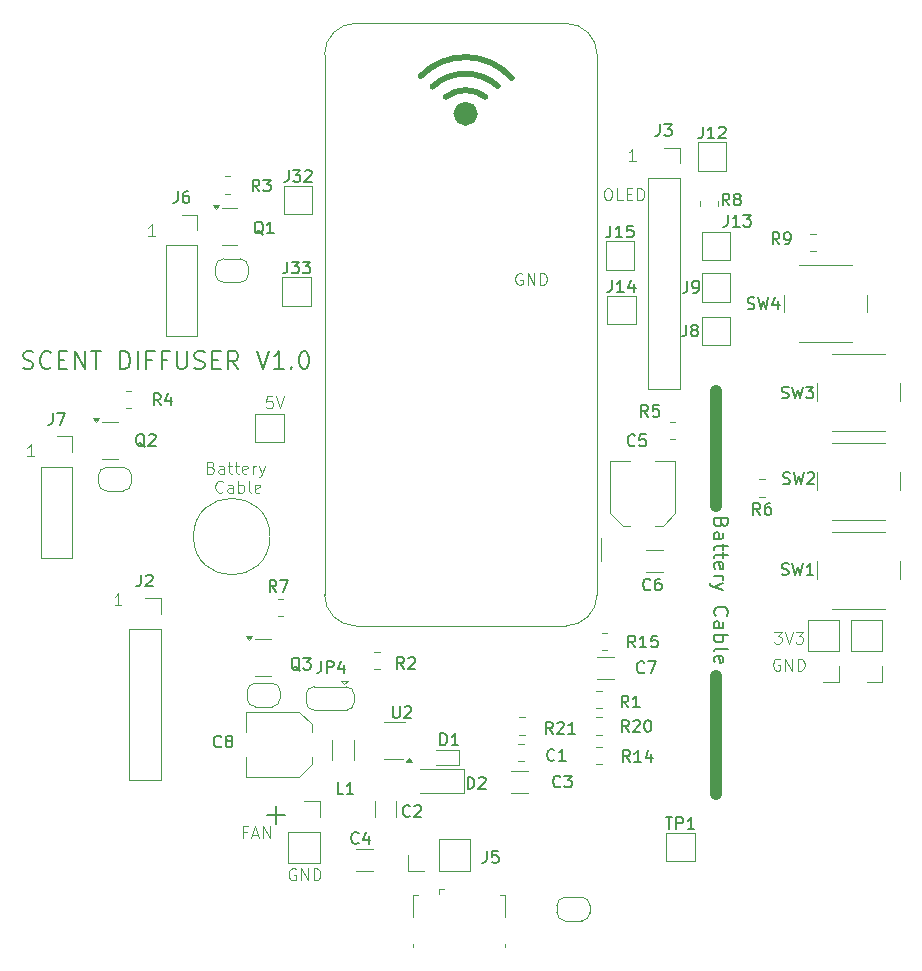
<source format=gbr>
%TF.GenerationSoftware,KiCad,Pcbnew,8.0.5*%
%TF.CreationDate,2024-10-28T11:51:33+01:00*%
%TF.ProjectId,Scent_Diffuser,5363656e-745f-4446-9966-66757365722e,rev?*%
%TF.SameCoordinates,Original*%
%TF.FileFunction,Legend,Top*%
%TF.FilePolarity,Positive*%
%FSLAX46Y46*%
G04 Gerber Fmt 4.6, Leading zero omitted, Abs format (unit mm)*
G04 Created by KiCad (PCBNEW 8.0.5) date 2024-10-28 11:51:33*
%MOMM*%
%LPD*%
G01*
G04 APERTURE LIST*
%ADD10C,0.500000*%
%ADD11C,1.000000*%
%ADD12C,0.100000*%
%ADD13C,1.050000*%
%ADD14C,0.200000*%
%ADD15C,0.150000*%
%ADD16C,0.120000*%
G04 APERTURE END LIST*
D10*
X74500001Y-107100001D02*
G75*
G02*
X80028384Y-107066816I2782299J-2999999D01*
G01*
D11*
X98501200Y-132905500D02*
X98501200Y-142595600D01*
D10*
X75621856Y-107969654D02*
G75*
G02*
X78978144Y-107969654I1678144J-2186996D01*
G01*
D12*
X60738827Y-145200000D02*
G75*
G02*
X54261173Y-145200000I-3238827J0D01*
G01*
X54261173Y-145200000D02*
G75*
G02*
X60738827Y-145200000I3238827J0D01*
G01*
D13*
X77825000Y-109400000D02*
G75*
G02*
X76775000Y-109400000I-525000J0D01*
G01*
X76775000Y-109400000D02*
G75*
G02*
X77825000Y-109400000I525000J0D01*
G01*
D10*
X73501178Y-106211210D02*
G75*
G02*
X81210368Y-106390561I3772422J-3621790D01*
G01*
D11*
X98501200Y-157000000D02*
X98501200Y-167000000D01*
D12*
X82082293Y-122948238D02*
X81987055Y-122900619D01*
X81987055Y-122900619D02*
X81844198Y-122900619D01*
X81844198Y-122900619D02*
X81701341Y-122948238D01*
X81701341Y-122948238D02*
X81606103Y-123043476D01*
X81606103Y-123043476D02*
X81558484Y-123138714D01*
X81558484Y-123138714D02*
X81510865Y-123329190D01*
X81510865Y-123329190D02*
X81510865Y-123472047D01*
X81510865Y-123472047D02*
X81558484Y-123662523D01*
X81558484Y-123662523D02*
X81606103Y-123757761D01*
X81606103Y-123757761D02*
X81701341Y-123853000D01*
X81701341Y-123853000D02*
X81844198Y-123900619D01*
X81844198Y-123900619D02*
X81939436Y-123900619D01*
X81939436Y-123900619D02*
X82082293Y-123853000D01*
X82082293Y-123853000D02*
X82129912Y-123805380D01*
X82129912Y-123805380D02*
X82129912Y-123472047D01*
X82129912Y-123472047D02*
X81939436Y-123472047D01*
X82558484Y-123900619D02*
X82558484Y-122900619D01*
X82558484Y-122900619D02*
X83129912Y-123900619D01*
X83129912Y-123900619D02*
X83129912Y-122900619D01*
X83606103Y-123900619D02*
X83606103Y-122900619D01*
X83606103Y-122900619D02*
X83844198Y-122900619D01*
X83844198Y-122900619D02*
X83987055Y-122948238D01*
X83987055Y-122948238D02*
X84082293Y-123043476D01*
X84082293Y-123043476D02*
X84129912Y-123138714D01*
X84129912Y-123138714D02*
X84177531Y-123329190D01*
X84177531Y-123329190D02*
X84177531Y-123472047D01*
X84177531Y-123472047D02*
X84129912Y-123662523D01*
X84129912Y-123662523D02*
X84082293Y-123757761D01*
X84082293Y-123757761D02*
X83987055Y-123853000D01*
X83987055Y-123853000D02*
X83844198Y-123900619D01*
X83844198Y-123900619D02*
X83606103Y-123900619D01*
D14*
X98953519Y-144045863D02*
X98898757Y-144224435D01*
X98898757Y-144224435D02*
X98843995Y-144283958D01*
X98843995Y-144283958D02*
X98734471Y-144343482D01*
X98734471Y-144343482D02*
X98570185Y-144343482D01*
X98570185Y-144343482D02*
X98460661Y-144283958D01*
X98460661Y-144283958D02*
X98405900Y-144224435D01*
X98405900Y-144224435D02*
X98351138Y-144105387D01*
X98351138Y-144105387D02*
X98351138Y-143629197D01*
X98351138Y-143629197D02*
X99501138Y-143629197D01*
X99501138Y-143629197D02*
X99501138Y-144045863D01*
X99501138Y-144045863D02*
X99446376Y-144164911D01*
X99446376Y-144164911D02*
X99391614Y-144224435D01*
X99391614Y-144224435D02*
X99282090Y-144283958D01*
X99282090Y-144283958D02*
X99172566Y-144283958D01*
X99172566Y-144283958D02*
X99063042Y-144224435D01*
X99063042Y-144224435D02*
X99008280Y-144164911D01*
X99008280Y-144164911D02*
X98953519Y-144045863D01*
X98953519Y-144045863D02*
X98953519Y-143629197D01*
X98351138Y-145414911D02*
X98953519Y-145414911D01*
X98953519Y-145414911D02*
X99063042Y-145355387D01*
X99063042Y-145355387D02*
X99117804Y-145236339D01*
X99117804Y-145236339D02*
X99117804Y-144998244D01*
X99117804Y-144998244D02*
X99063042Y-144879197D01*
X98405900Y-145414911D02*
X98351138Y-145295863D01*
X98351138Y-145295863D02*
X98351138Y-144998244D01*
X98351138Y-144998244D02*
X98405900Y-144879197D01*
X98405900Y-144879197D02*
X98515423Y-144819673D01*
X98515423Y-144819673D02*
X98624947Y-144819673D01*
X98624947Y-144819673D02*
X98734471Y-144879197D01*
X98734471Y-144879197D02*
X98789233Y-144998244D01*
X98789233Y-144998244D02*
X98789233Y-145295863D01*
X98789233Y-145295863D02*
X98843995Y-145414911D01*
X99117804Y-145831577D02*
X99117804Y-146307768D01*
X99501138Y-146010149D02*
X98515423Y-146010149D01*
X98515423Y-146010149D02*
X98405900Y-146069672D01*
X98405900Y-146069672D02*
X98351138Y-146188720D01*
X98351138Y-146188720D02*
X98351138Y-146307768D01*
X99117804Y-146545863D02*
X99117804Y-147022054D01*
X99501138Y-146724435D02*
X98515423Y-146724435D01*
X98515423Y-146724435D02*
X98405900Y-146783958D01*
X98405900Y-146783958D02*
X98351138Y-146903006D01*
X98351138Y-146903006D02*
X98351138Y-147022054D01*
X98405900Y-147914911D02*
X98351138Y-147795863D01*
X98351138Y-147795863D02*
X98351138Y-147557768D01*
X98351138Y-147557768D02*
X98405900Y-147438721D01*
X98405900Y-147438721D02*
X98515423Y-147379197D01*
X98515423Y-147379197D02*
X98953519Y-147379197D01*
X98953519Y-147379197D02*
X99063042Y-147438721D01*
X99063042Y-147438721D02*
X99117804Y-147557768D01*
X99117804Y-147557768D02*
X99117804Y-147795863D01*
X99117804Y-147795863D02*
X99063042Y-147914911D01*
X99063042Y-147914911D02*
X98953519Y-147974435D01*
X98953519Y-147974435D02*
X98843995Y-147974435D01*
X98843995Y-147974435D02*
X98734471Y-147379197D01*
X98351138Y-148510150D02*
X99117804Y-148510150D01*
X98898757Y-148510150D02*
X99008280Y-148569673D01*
X99008280Y-148569673D02*
X99063042Y-148629197D01*
X99063042Y-148629197D02*
X99117804Y-148748245D01*
X99117804Y-148748245D02*
X99117804Y-148867292D01*
X99117804Y-149164912D02*
X98351138Y-149462531D01*
X99117804Y-149760150D02*
X98351138Y-149462531D01*
X98351138Y-149462531D02*
X98077328Y-149343483D01*
X98077328Y-149343483D02*
X98022566Y-149283960D01*
X98022566Y-149283960D02*
X97967804Y-149164912D01*
X98460661Y-151903007D02*
X98405900Y-151843483D01*
X98405900Y-151843483D02*
X98351138Y-151664912D01*
X98351138Y-151664912D02*
X98351138Y-151545864D01*
X98351138Y-151545864D02*
X98405900Y-151367293D01*
X98405900Y-151367293D02*
X98515423Y-151248245D01*
X98515423Y-151248245D02*
X98624947Y-151188722D01*
X98624947Y-151188722D02*
X98843995Y-151129198D01*
X98843995Y-151129198D02*
X99008280Y-151129198D01*
X99008280Y-151129198D02*
X99227328Y-151188722D01*
X99227328Y-151188722D02*
X99336852Y-151248245D01*
X99336852Y-151248245D02*
X99446376Y-151367293D01*
X99446376Y-151367293D02*
X99501138Y-151545864D01*
X99501138Y-151545864D02*
X99501138Y-151664912D01*
X99501138Y-151664912D02*
X99446376Y-151843483D01*
X99446376Y-151843483D02*
X99391614Y-151903007D01*
X98351138Y-152974436D02*
X98953519Y-152974436D01*
X98953519Y-152974436D02*
X99063042Y-152914912D01*
X99063042Y-152914912D02*
X99117804Y-152795864D01*
X99117804Y-152795864D02*
X99117804Y-152557769D01*
X99117804Y-152557769D02*
X99063042Y-152438722D01*
X98405900Y-152974436D02*
X98351138Y-152855388D01*
X98351138Y-152855388D02*
X98351138Y-152557769D01*
X98351138Y-152557769D02*
X98405900Y-152438722D01*
X98405900Y-152438722D02*
X98515423Y-152379198D01*
X98515423Y-152379198D02*
X98624947Y-152379198D01*
X98624947Y-152379198D02*
X98734471Y-152438722D01*
X98734471Y-152438722D02*
X98789233Y-152557769D01*
X98789233Y-152557769D02*
X98789233Y-152855388D01*
X98789233Y-152855388D02*
X98843995Y-152974436D01*
X98351138Y-153569674D02*
X99501138Y-153569674D01*
X99063042Y-153569674D02*
X99117804Y-153688721D01*
X99117804Y-153688721D02*
X99117804Y-153926816D01*
X99117804Y-153926816D02*
X99063042Y-154045864D01*
X99063042Y-154045864D02*
X99008280Y-154105388D01*
X99008280Y-154105388D02*
X98898757Y-154164912D01*
X98898757Y-154164912D02*
X98570185Y-154164912D01*
X98570185Y-154164912D02*
X98460661Y-154105388D01*
X98460661Y-154105388D02*
X98405900Y-154045864D01*
X98405900Y-154045864D02*
X98351138Y-153926816D01*
X98351138Y-153926816D02*
X98351138Y-153688721D01*
X98351138Y-153688721D02*
X98405900Y-153569674D01*
X98351138Y-154879197D02*
X98405900Y-154760149D01*
X98405900Y-154760149D02*
X98515423Y-154700626D01*
X98515423Y-154700626D02*
X99501138Y-154700626D01*
X98405900Y-155831578D02*
X98351138Y-155712530D01*
X98351138Y-155712530D02*
X98351138Y-155474435D01*
X98351138Y-155474435D02*
X98405900Y-155355388D01*
X98405900Y-155355388D02*
X98515423Y-155295864D01*
X98515423Y-155295864D02*
X98953519Y-155295864D01*
X98953519Y-155295864D02*
X99063042Y-155355388D01*
X99063042Y-155355388D02*
X99117804Y-155474435D01*
X99117804Y-155474435D02*
X99117804Y-155712530D01*
X99117804Y-155712530D02*
X99063042Y-155831578D01*
X99063042Y-155831578D02*
X98953519Y-155891102D01*
X98953519Y-155891102D02*
X98843995Y-155891102D01*
X98843995Y-155891102D02*
X98734471Y-155295864D01*
D12*
X48147893Y-151002419D02*
X47576465Y-151002419D01*
X47862179Y-151002419D02*
X47862179Y-150002419D01*
X47862179Y-150002419D02*
X47766941Y-150145276D01*
X47766941Y-150145276D02*
X47671703Y-150240514D01*
X47671703Y-150240514D02*
X47576465Y-150288133D01*
X62905293Y-173341838D02*
X62810055Y-173294219D01*
X62810055Y-173294219D02*
X62667198Y-173294219D01*
X62667198Y-173294219D02*
X62524341Y-173341838D01*
X62524341Y-173341838D02*
X62429103Y-173437076D01*
X62429103Y-173437076D02*
X62381484Y-173532314D01*
X62381484Y-173532314D02*
X62333865Y-173722790D01*
X62333865Y-173722790D02*
X62333865Y-173865647D01*
X62333865Y-173865647D02*
X62381484Y-174056123D01*
X62381484Y-174056123D02*
X62429103Y-174151361D01*
X62429103Y-174151361D02*
X62524341Y-174246600D01*
X62524341Y-174246600D02*
X62667198Y-174294219D01*
X62667198Y-174294219D02*
X62762436Y-174294219D01*
X62762436Y-174294219D02*
X62905293Y-174246600D01*
X62905293Y-174246600D02*
X62952912Y-174198980D01*
X62952912Y-174198980D02*
X62952912Y-173865647D01*
X62952912Y-173865647D02*
X62762436Y-173865647D01*
X63381484Y-174294219D02*
X63381484Y-173294219D01*
X63381484Y-173294219D02*
X63952912Y-174294219D01*
X63952912Y-174294219D02*
X63952912Y-173294219D01*
X64429103Y-174294219D02*
X64429103Y-173294219D01*
X64429103Y-173294219D02*
X64667198Y-173294219D01*
X64667198Y-173294219D02*
X64810055Y-173341838D01*
X64810055Y-173341838D02*
X64905293Y-173437076D01*
X64905293Y-173437076D02*
X64952912Y-173532314D01*
X64952912Y-173532314D02*
X65000531Y-173722790D01*
X65000531Y-173722790D02*
X65000531Y-173865647D01*
X65000531Y-173865647D02*
X64952912Y-174056123D01*
X64952912Y-174056123D02*
X64905293Y-174151361D01*
X64905293Y-174151361D02*
X64810055Y-174246600D01*
X64810055Y-174246600D02*
X64667198Y-174294219D01*
X64667198Y-174294219D02*
X64429103Y-174294219D01*
X89267360Y-115712419D02*
X89457836Y-115712419D01*
X89457836Y-115712419D02*
X89553074Y-115760038D01*
X89553074Y-115760038D02*
X89648312Y-115855276D01*
X89648312Y-115855276D02*
X89695931Y-116045752D01*
X89695931Y-116045752D02*
X89695931Y-116379085D01*
X89695931Y-116379085D02*
X89648312Y-116569561D01*
X89648312Y-116569561D02*
X89553074Y-116664800D01*
X89553074Y-116664800D02*
X89457836Y-116712419D01*
X89457836Y-116712419D02*
X89267360Y-116712419D01*
X89267360Y-116712419D02*
X89172122Y-116664800D01*
X89172122Y-116664800D02*
X89076884Y-116569561D01*
X89076884Y-116569561D02*
X89029265Y-116379085D01*
X89029265Y-116379085D02*
X89029265Y-116045752D01*
X89029265Y-116045752D02*
X89076884Y-115855276D01*
X89076884Y-115855276D02*
X89172122Y-115760038D01*
X89172122Y-115760038D02*
X89267360Y-115712419D01*
X90600693Y-116712419D02*
X90124503Y-116712419D01*
X90124503Y-116712419D02*
X90124503Y-115712419D01*
X90934027Y-116188609D02*
X91267360Y-116188609D01*
X91410217Y-116712419D02*
X90934027Y-116712419D01*
X90934027Y-116712419D02*
X90934027Y-115712419D01*
X90934027Y-115712419D02*
X91410217Y-115712419D01*
X91838789Y-116712419D02*
X91838789Y-115712419D01*
X91838789Y-115712419D02*
X92076884Y-115712419D01*
X92076884Y-115712419D02*
X92219741Y-115760038D01*
X92219741Y-115760038D02*
X92314979Y-115855276D01*
X92314979Y-115855276D02*
X92362598Y-115950514D01*
X92362598Y-115950514D02*
X92410217Y-116140990D01*
X92410217Y-116140990D02*
X92410217Y-116283847D01*
X92410217Y-116283847D02*
X92362598Y-116474323D01*
X92362598Y-116474323D02*
X92314979Y-116569561D01*
X92314979Y-116569561D02*
X92219741Y-116664800D01*
X92219741Y-116664800D02*
X92076884Y-116712419D01*
X92076884Y-116712419D02*
X91838789Y-116712419D01*
D14*
X39838092Y-130951000D02*
X40052378Y-131022428D01*
X40052378Y-131022428D02*
X40409520Y-131022428D01*
X40409520Y-131022428D02*
X40552378Y-130951000D01*
X40552378Y-130951000D02*
X40623806Y-130879571D01*
X40623806Y-130879571D02*
X40695235Y-130736714D01*
X40695235Y-130736714D02*
X40695235Y-130593857D01*
X40695235Y-130593857D02*
X40623806Y-130451000D01*
X40623806Y-130451000D02*
X40552378Y-130379571D01*
X40552378Y-130379571D02*
X40409520Y-130308142D01*
X40409520Y-130308142D02*
X40123806Y-130236714D01*
X40123806Y-130236714D02*
X39980949Y-130165285D01*
X39980949Y-130165285D02*
X39909520Y-130093857D01*
X39909520Y-130093857D02*
X39838092Y-129951000D01*
X39838092Y-129951000D02*
X39838092Y-129808142D01*
X39838092Y-129808142D02*
X39909520Y-129665285D01*
X39909520Y-129665285D02*
X39980949Y-129593857D01*
X39980949Y-129593857D02*
X40123806Y-129522428D01*
X40123806Y-129522428D02*
X40480949Y-129522428D01*
X40480949Y-129522428D02*
X40695235Y-129593857D01*
X42195234Y-130879571D02*
X42123806Y-130951000D01*
X42123806Y-130951000D02*
X41909520Y-131022428D01*
X41909520Y-131022428D02*
X41766663Y-131022428D01*
X41766663Y-131022428D02*
X41552377Y-130951000D01*
X41552377Y-130951000D02*
X41409520Y-130808142D01*
X41409520Y-130808142D02*
X41338091Y-130665285D01*
X41338091Y-130665285D02*
X41266663Y-130379571D01*
X41266663Y-130379571D02*
X41266663Y-130165285D01*
X41266663Y-130165285D02*
X41338091Y-129879571D01*
X41338091Y-129879571D02*
X41409520Y-129736714D01*
X41409520Y-129736714D02*
X41552377Y-129593857D01*
X41552377Y-129593857D02*
X41766663Y-129522428D01*
X41766663Y-129522428D02*
X41909520Y-129522428D01*
X41909520Y-129522428D02*
X42123806Y-129593857D01*
X42123806Y-129593857D02*
X42195234Y-129665285D01*
X42838091Y-130236714D02*
X43338091Y-130236714D01*
X43552377Y-131022428D02*
X42838091Y-131022428D01*
X42838091Y-131022428D02*
X42838091Y-129522428D01*
X42838091Y-129522428D02*
X43552377Y-129522428D01*
X44195234Y-131022428D02*
X44195234Y-129522428D01*
X44195234Y-129522428D02*
X45052377Y-131022428D01*
X45052377Y-131022428D02*
X45052377Y-129522428D01*
X45552378Y-129522428D02*
X46409521Y-129522428D01*
X45980949Y-131022428D02*
X45980949Y-129522428D01*
X48052377Y-131022428D02*
X48052377Y-129522428D01*
X48052377Y-129522428D02*
X48409520Y-129522428D01*
X48409520Y-129522428D02*
X48623806Y-129593857D01*
X48623806Y-129593857D02*
X48766663Y-129736714D01*
X48766663Y-129736714D02*
X48838092Y-129879571D01*
X48838092Y-129879571D02*
X48909520Y-130165285D01*
X48909520Y-130165285D02*
X48909520Y-130379571D01*
X48909520Y-130379571D02*
X48838092Y-130665285D01*
X48838092Y-130665285D02*
X48766663Y-130808142D01*
X48766663Y-130808142D02*
X48623806Y-130951000D01*
X48623806Y-130951000D02*
X48409520Y-131022428D01*
X48409520Y-131022428D02*
X48052377Y-131022428D01*
X49552377Y-131022428D02*
X49552377Y-129522428D01*
X50766663Y-130236714D02*
X50266663Y-130236714D01*
X50266663Y-131022428D02*
X50266663Y-129522428D01*
X50266663Y-129522428D02*
X50980949Y-129522428D01*
X52052377Y-130236714D02*
X51552377Y-130236714D01*
X51552377Y-131022428D02*
X51552377Y-129522428D01*
X51552377Y-129522428D02*
X52266663Y-129522428D01*
X52838091Y-129522428D02*
X52838091Y-130736714D01*
X52838091Y-130736714D02*
X52909520Y-130879571D01*
X52909520Y-130879571D02*
X52980949Y-130951000D01*
X52980949Y-130951000D02*
X53123806Y-131022428D01*
X53123806Y-131022428D02*
X53409520Y-131022428D01*
X53409520Y-131022428D02*
X53552377Y-130951000D01*
X53552377Y-130951000D02*
X53623806Y-130879571D01*
X53623806Y-130879571D02*
X53695234Y-130736714D01*
X53695234Y-130736714D02*
X53695234Y-129522428D01*
X54338092Y-130951000D02*
X54552378Y-131022428D01*
X54552378Y-131022428D02*
X54909520Y-131022428D01*
X54909520Y-131022428D02*
X55052378Y-130951000D01*
X55052378Y-130951000D02*
X55123806Y-130879571D01*
X55123806Y-130879571D02*
X55195235Y-130736714D01*
X55195235Y-130736714D02*
X55195235Y-130593857D01*
X55195235Y-130593857D02*
X55123806Y-130451000D01*
X55123806Y-130451000D02*
X55052378Y-130379571D01*
X55052378Y-130379571D02*
X54909520Y-130308142D01*
X54909520Y-130308142D02*
X54623806Y-130236714D01*
X54623806Y-130236714D02*
X54480949Y-130165285D01*
X54480949Y-130165285D02*
X54409520Y-130093857D01*
X54409520Y-130093857D02*
X54338092Y-129951000D01*
X54338092Y-129951000D02*
X54338092Y-129808142D01*
X54338092Y-129808142D02*
X54409520Y-129665285D01*
X54409520Y-129665285D02*
X54480949Y-129593857D01*
X54480949Y-129593857D02*
X54623806Y-129522428D01*
X54623806Y-129522428D02*
X54980949Y-129522428D01*
X54980949Y-129522428D02*
X55195235Y-129593857D01*
X55838091Y-130236714D02*
X56338091Y-130236714D01*
X56552377Y-131022428D02*
X55838091Y-131022428D01*
X55838091Y-131022428D02*
X55838091Y-129522428D01*
X55838091Y-129522428D02*
X56552377Y-129522428D01*
X58052377Y-131022428D02*
X57552377Y-130308142D01*
X57195234Y-131022428D02*
X57195234Y-129522428D01*
X57195234Y-129522428D02*
X57766663Y-129522428D01*
X57766663Y-129522428D02*
X57909520Y-129593857D01*
X57909520Y-129593857D02*
X57980949Y-129665285D01*
X57980949Y-129665285D02*
X58052377Y-129808142D01*
X58052377Y-129808142D02*
X58052377Y-130022428D01*
X58052377Y-130022428D02*
X57980949Y-130165285D01*
X57980949Y-130165285D02*
X57909520Y-130236714D01*
X57909520Y-130236714D02*
X57766663Y-130308142D01*
X57766663Y-130308142D02*
X57195234Y-130308142D01*
X59623806Y-129522428D02*
X60123806Y-131022428D01*
X60123806Y-131022428D02*
X60623806Y-129522428D01*
X61909520Y-131022428D02*
X61052377Y-131022428D01*
X61480948Y-131022428D02*
X61480948Y-129522428D01*
X61480948Y-129522428D02*
X61338091Y-129736714D01*
X61338091Y-129736714D02*
X61195234Y-129879571D01*
X61195234Y-129879571D02*
X61052377Y-129951000D01*
X62552376Y-130879571D02*
X62623805Y-130951000D01*
X62623805Y-130951000D02*
X62552376Y-131022428D01*
X62552376Y-131022428D02*
X62480948Y-130951000D01*
X62480948Y-130951000D02*
X62552376Y-130879571D01*
X62552376Y-130879571D02*
X62552376Y-131022428D01*
X63552377Y-129522428D02*
X63695234Y-129522428D01*
X63695234Y-129522428D02*
X63838091Y-129593857D01*
X63838091Y-129593857D02*
X63909520Y-129665285D01*
X63909520Y-129665285D02*
X63980948Y-129808142D01*
X63980948Y-129808142D02*
X64052377Y-130093857D01*
X64052377Y-130093857D02*
X64052377Y-130451000D01*
X64052377Y-130451000D02*
X63980948Y-130736714D01*
X63980948Y-130736714D02*
X63909520Y-130879571D01*
X63909520Y-130879571D02*
X63838091Y-130951000D01*
X63838091Y-130951000D02*
X63695234Y-131022428D01*
X63695234Y-131022428D02*
X63552377Y-131022428D01*
X63552377Y-131022428D02*
X63409520Y-130951000D01*
X63409520Y-130951000D02*
X63338091Y-130879571D01*
X63338091Y-130879571D02*
X63266662Y-130736714D01*
X63266662Y-130736714D02*
X63195234Y-130451000D01*
X63195234Y-130451000D02*
X63195234Y-130093857D01*
X63195234Y-130093857D02*
X63266662Y-129808142D01*
X63266662Y-129808142D02*
X63338091Y-129665285D01*
X63338091Y-129665285D02*
X63409520Y-129593857D01*
X63409520Y-129593857D02*
X63552377Y-129522428D01*
D12*
X103434246Y-153253619D02*
X104053293Y-153253619D01*
X104053293Y-153253619D02*
X103719960Y-153634571D01*
X103719960Y-153634571D02*
X103862817Y-153634571D01*
X103862817Y-153634571D02*
X103958055Y-153682190D01*
X103958055Y-153682190D02*
X104005674Y-153729809D01*
X104005674Y-153729809D02*
X104053293Y-153825047D01*
X104053293Y-153825047D02*
X104053293Y-154063142D01*
X104053293Y-154063142D02*
X104005674Y-154158380D01*
X104005674Y-154158380D02*
X103958055Y-154206000D01*
X103958055Y-154206000D02*
X103862817Y-154253619D01*
X103862817Y-154253619D02*
X103577103Y-154253619D01*
X103577103Y-154253619D02*
X103481865Y-154206000D01*
X103481865Y-154206000D02*
X103434246Y-154158380D01*
X104339008Y-153253619D02*
X104672341Y-154253619D01*
X104672341Y-154253619D02*
X105005674Y-153253619D01*
X105243770Y-153253619D02*
X105862817Y-153253619D01*
X105862817Y-153253619D02*
X105529484Y-153634571D01*
X105529484Y-153634571D02*
X105672341Y-153634571D01*
X105672341Y-153634571D02*
X105767579Y-153682190D01*
X105767579Y-153682190D02*
X105815198Y-153729809D01*
X105815198Y-153729809D02*
X105862817Y-153825047D01*
X105862817Y-153825047D02*
X105862817Y-154063142D01*
X105862817Y-154063142D02*
X105815198Y-154158380D01*
X105815198Y-154158380D02*
X105767579Y-154206000D01*
X105767579Y-154206000D02*
X105672341Y-154253619D01*
X105672341Y-154253619D02*
X105386627Y-154253619D01*
X105386627Y-154253619D02*
X105291389Y-154206000D01*
X105291389Y-154206000D02*
X105243770Y-154158380D01*
X58752417Y-170189009D02*
X58419084Y-170189009D01*
X58419084Y-170712819D02*
X58419084Y-169712819D01*
X58419084Y-169712819D02*
X58895274Y-169712819D01*
X59228608Y-170427104D02*
X59704798Y-170427104D01*
X59133370Y-170712819D02*
X59466703Y-169712819D01*
X59466703Y-169712819D02*
X59800036Y-170712819D01*
X60133370Y-170712819D02*
X60133370Y-169712819D01*
X60133370Y-169712819D02*
X60704798Y-170712819D01*
X60704798Y-170712819D02*
X60704798Y-169712819D01*
X60930074Y-133322419D02*
X60453884Y-133322419D01*
X60453884Y-133322419D02*
X60406265Y-133798609D01*
X60406265Y-133798609D02*
X60453884Y-133750990D01*
X60453884Y-133750990D02*
X60549122Y-133703371D01*
X60549122Y-133703371D02*
X60787217Y-133703371D01*
X60787217Y-133703371D02*
X60882455Y-133750990D01*
X60882455Y-133750990D02*
X60930074Y-133798609D01*
X60930074Y-133798609D02*
X60977693Y-133893847D01*
X60977693Y-133893847D02*
X60977693Y-134131942D01*
X60977693Y-134131942D02*
X60930074Y-134227180D01*
X60930074Y-134227180D02*
X60882455Y-134274800D01*
X60882455Y-134274800D02*
X60787217Y-134322419D01*
X60787217Y-134322419D02*
X60549122Y-134322419D01*
X60549122Y-134322419D02*
X60453884Y-134274800D01*
X60453884Y-134274800D02*
X60406265Y-134227180D01*
X61263408Y-133322419D02*
X61596741Y-134322419D01*
X61596741Y-134322419D02*
X61930074Y-133322419D01*
X40756493Y-138404019D02*
X40185065Y-138404019D01*
X40470779Y-138404019D02*
X40470779Y-137404019D01*
X40470779Y-137404019D02*
X40375541Y-137546876D01*
X40375541Y-137546876D02*
X40280303Y-137642114D01*
X40280303Y-137642114D02*
X40185065Y-137689733D01*
X50992693Y-119760419D02*
X50421265Y-119760419D01*
X50706979Y-119760419D02*
X50706979Y-118760419D01*
X50706979Y-118760419D02*
X50611741Y-118903276D01*
X50611741Y-118903276D02*
X50516503Y-118998514D01*
X50516503Y-118998514D02*
X50421265Y-119046133D01*
D14*
X60507768Y-168782933D02*
X62031578Y-168782933D01*
X61269673Y-169544838D02*
X61269673Y-168021028D01*
D12*
X103900893Y-155587238D02*
X103805655Y-155539619D01*
X103805655Y-155539619D02*
X103662798Y-155539619D01*
X103662798Y-155539619D02*
X103519941Y-155587238D01*
X103519941Y-155587238D02*
X103424703Y-155682476D01*
X103424703Y-155682476D02*
X103377084Y-155777714D01*
X103377084Y-155777714D02*
X103329465Y-155968190D01*
X103329465Y-155968190D02*
X103329465Y-156111047D01*
X103329465Y-156111047D02*
X103377084Y-156301523D01*
X103377084Y-156301523D02*
X103424703Y-156396761D01*
X103424703Y-156396761D02*
X103519941Y-156492000D01*
X103519941Y-156492000D02*
X103662798Y-156539619D01*
X103662798Y-156539619D02*
X103758036Y-156539619D01*
X103758036Y-156539619D02*
X103900893Y-156492000D01*
X103900893Y-156492000D02*
X103948512Y-156444380D01*
X103948512Y-156444380D02*
X103948512Y-156111047D01*
X103948512Y-156111047D02*
X103758036Y-156111047D01*
X104377084Y-156539619D02*
X104377084Y-155539619D01*
X104377084Y-155539619D02*
X104948512Y-156539619D01*
X104948512Y-156539619D02*
X104948512Y-155539619D01*
X105424703Y-156539619D02*
X105424703Y-155539619D01*
X105424703Y-155539619D02*
X105662798Y-155539619D01*
X105662798Y-155539619D02*
X105805655Y-155587238D01*
X105805655Y-155587238D02*
X105900893Y-155682476D01*
X105900893Y-155682476D02*
X105948512Y-155777714D01*
X105948512Y-155777714D02*
X105996131Y-155968190D01*
X105996131Y-155968190D02*
X105996131Y-156111047D01*
X105996131Y-156111047D02*
X105948512Y-156301523D01*
X105948512Y-156301523D02*
X105900893Y-156396761D01*
X105900893Y-156396761D02*
X105805655Y-156492000D01*
X105805655Y-156492000D02*
X105662798Y-156539619D01*
X105662798Y-156539619D02*
X105424703Y-156539619D01*
X91708893Y-113372419D02*
X91137465Y-113372419D01*
X91423179Y-113372419D02*
X91423179Y-112372419D01*
X91423179Y-112372419D02*
X91327941Y-112515276D01*
X91327941Y-112515276D02*
X91232703Y-112610514D01*
X91232703Y-112610514D02*
X91137465Y-112658133D01*
X55737217Y-139338665D02*
X55880074Y-139386284D01*
X55880074Y-139386284D02*
X55927693Y-139433903D01*
X55927693Y-139433903D02*
X55975312Y-139529141D01*
X55975312Y-139529141D02*
X55975312Y-139671998D01*
X55975312Y-139671998D02*
X55927693Y-139767236D01*
X55927693Y-139767236D02*
X55880074Y-139814856D01*
X55880074Y-139814856D02*
X55784836Y-139862475D01*
X55784836Y-139862475D02*
X55403884Y-139862475D01*
X55403884Y-139862475D02*
X55403884Y-138862475D01*
X55403884Y-138862475D02*
X55737217Y-138862475D01*
X55737217Y-138862475D02*
X55832455Y-138910094D01*
X55832455Y-138910094D02*
X55880074Y-138957713D01*
X55880074Y-138957713D02*
X55927693Y-139052951D01*
X55927693Y-139052951D02*
X55927693Y-139148189D01*
X55927693Y-139148189D02*
X55880074Y-139243427D01*
X55880074Y-139243427D02*
X55832455Y-139291046D01*
X55832455Y-139291046D02*
X55737217Y-139338665D01*
X55737217Y-139338665D02*
X55403884Y-139338665D01*
X56832455Y-139862475D02*
X56832455Y-139338665D01*
X56832455Y-139338665D02*
X56784836Y-139243427D01*
X56784836Y-139243427D02*
X56689598Y-139195808D01*
X56689598Y-139195808D02*
X56499122Y-139195808D01*
X56499122Y-139195808D02*
X56403884Y-139243427D01*
X56832455Y-139814856D02*
X56737217Y-139862475D01*
X56737217Y-139862475D02*
X56499122Y-139862475D01*
X56499122Y-139862475D02*
X56403884Y-139814856D01*
X56403884Y-139814856D02*
X56356265Y-139719617D01*
X56356265Y-139719617D02*
X56356265Y-139624379D01*
X56356265Y-139624379D02*
X56403884Y-139529141D01*
X56403884Y-139529141D02*
X56499122Y-139481522D01*
X56499122Y-139481522D02*
X56737217Y-139481522D01*
X56737217Y-139481522D02*
X56832455Y-139433903D01*
X57165789Y-139195808D02*
X57546741Y-139195808D01*
X57308646Y-138862475D02*
X57308646Y-139719617D01*
X57308646Y-139719617D02*
X57356265Y-139814856D01*
X57356265Y-139814856D02*
X57451503Y-139862475D01*
X57451503Y-139862475D02*
X57546741Y-139862475D01*
X57737218Y-139195808D02*
X58118170Y-139195808D01*
X57880075Y-138862475D02*
X57880075Y-139719617D01*
X57880075Y-139719617D02*
X57927694Y-139814856D01*
X57927694Y-139814856D02*
X58022932Y-139862475D01*
X58022932Y-139862475D02*
X58118170Y-139862475D01*
X58832456Y-139814856D02*
X58737218Y-139862475D01*
X58737218Y-139862475D02*
X58546742Y-139862475D01*
X58546742Y-139862475D02*
X58451504Y-139814856D01*
X58451504Y-139814856D02*
X58403885Y-139719617D01*
X58403885Y-139719617D02*
X58403885Y-139338665D01*
X58403885Y-139338665D02*
X58451504Y-139243427D01*
X58451504Y-139243427D02*
X58546742Y-139195808D01*
X58546742Y-139195808D02*
X58737218Y-139195808D01*
X58737218Y-139195808D02*
X58832456Y-139243427D01*
X58832456Y-139243427D02*
X58880075Y-139338665D01*
X58880075Y-139338665D02*
X58880075Y-139433903D01*
X58880075Y-139433903D02*
X58403885Y-139529141D01*
X59308647Y-139862475D02*
X59308647Y-139195808D01*
X59308647Y-139386284D02*
X59356266Y-139291046D01*
X59356266Y-139291046D02*
X59403885Y-139243427D01*
X59403885Y-139243427D02*
X59499123Y-139195808D01*
X59499123Y-139195808D02*
X59594361Y-139195808D01*
X59832457Y-139195808D02*
X60070552Y-139862475D01*
X60308647Y-139195808D02*
X60070552Y-139862475D01*
X60070552Y-139862475D02*
X59975314Y-140100570D01*
X59975314Y-140100570D02*
X59927695Y-140148189D01*
X59927695Y-140148189D02*
X59832457Y-140195808D01*
X56737217Y-141377180D02*
X56689598Y-141424800D01*
X56689598Y-141424800D02*
X56546741Y-141472419D01*
X56546741Y-141472419D02*
X56451503Y-141472419D01*
X56451503Y-141472419D02*
X56308646Y-141424800D01*
X56308646Y-141424800D02*
X56213408Y-141329561D01*
X56213408Y-141329561D02*
X56165789Y-141234323D01*
X56165789Y-141234323D02*
X56118170Y-141043847D01*
X56118170Y-141043847D02*
X56118170Y-140900990D01*
X56118170Y-140900990D02*
X56165789Y-140710514D01*
X56165789Y-140710514D02*
X56213408Y-140615276D01*
X56213408Y-140615276D02*
X56308646Y-140520038D01*
X56308646Y-140520038D02*
X56451503Y-140472419D01*
X56451503Y-140472419D02*
X56546741Y-140472419D01*
X56546741Y-140472419D02*
X56689598Y-140520038D01*
X56689598Y-140520038D02*
X56737217Y-140567657D01*
X57594360Y-141472419D02*
X57594360Y-140948609D01*
X57594360Y-140948609D02*
X57546741Y-140853371D01*
X57546741Y-140853371D02*
X57451503Y-140805752D01*
X57451503Y-140805752D02*
X57261027Y-140805752D01*
X57261027Y-140805752D02*
X57165789Y-140853371D01*
X57594360Y-141424800D02*
X57499122Y-141472419D01*
X57499122Y-141472419D02*
X57261027Y-141472419D01*
X57261027Y-141472419D02*
X57165789Y-141424800D01*
X57165789Y-141424800D02*
X57118170Y-141329561D01*
X57118170Y-141329561D02*
X57118170Y-141234323D01*
X57118170Y-141234323D02*
X57165789Y-141139085D01*
X57165789Y-141139085D02*
X57261027Y-141091466D01*
X57261027Y-141091466D02*
X57499122Y-141091466D01*
X57499122Y-141091466D02*
X57594360Y-141043847D01*
X58070551Y-141472419D02*
X58070551Y-140472419D01*
X58070551Y-140853371D02*
X58165789Y-140805752D01*
X58165789Y-140805752D02*
X58356265Y-140805752D01*
X58356265Y-140805752D02*
X58451503Y-140853371D01*
X58451503Y-140853371D02*
X58499122Y-140900990D01*
X58499122Y-140900990D02*
X58546741Y-140996228D01*
X58546741Y-140996228D02*
X58546741Y-141281942D01*
X58546741Y-141281942D02*
X58499122Y-141377180D01*
X58499122Y-141377180D02*
X58451503Y-141424800D01*
X58451503Y-141424800D02*
X58356265Y-141472419D01*
X58356265Y-141472419D02*
X58165789Y-141472419D01*
X58165789Y-141472419D02*
X58070551Y-141424800D01*
X59118170Y-141472419D02*
X59022932Y-141424800D01*
X59022932Y-141424800D02*
X58975313Y-141329561D01*
X58975313Y-141329561D02*
X58975313Y-140472419D01*
X59880075Y-141424800D02*
X59784837Y-141472419D01*
X59784837Y-141472419D02*
X59594361Y-141472419D01*
X59594361Y-141472419D02*
X59499123Y-141424800D01*
X59499123Y-141424800D02*
X59451504Y-141329561D01*
X59451504Y-141329561D02*
X59451504Y-140948609D01*
X59451504Y-140948609D02*
X59499123Y-140853371D01*
X59499123Y-140853371D02*
X59594361Y-140805752D01*
X59594361Y-140805752D02*
X59784837Y-140805752D01*
X59784837Y-140805752D02*
X59880075Y-140853371D01*
X59880075Y-140853371D02*
X59927694Y-140948609D01*
X59927694Y-140948609D02*
X59927694Y-141043847D01*
X59927694Y-141043847D02*
X59451504Y-141139085D01*
D15*
X84675742Y-161897219D02*
X84342409Y-161421028D01*
X84104314Y-161897219D02*
X84104314Y-160897219D01*
X84104314Y-160897219D02*
X84485266Y-160897219D01*
X84485266Y-160897219D02*
X84580504Y-160944838D01*
X84580504Y-160944838D02*
X84628123Y-160992457D01*
X84628123Y-160992457D02*
X84675742Y-161087695D01*
X84675742Y-161087695D02*
X84675742Y-161230552D01*
X84675742Y-161230552D02*
X84628123Y-161325790D01*
X84628123Y-161325790D02*
X84580504Y-161373409D01*
X84580504Y-161373409D02*
X84485266Y-161421028D01*
X84485266Y-161421028D02*
X84104314Y-161421028D01*
X85056695Y-160992457D02*
X85104314Y-160944838D01*
X85104314Y-160944838D02*
X85199552Y-160897219D01*
X85199552Y-160897219D02*
X85437647Y-160897219D01*
X85437647Y-160897219D02*
X85532885Y-160944838D01*
X85532885Y-160944838D02*
X85580504Y-160992457D01*
X85580504Y-160992457D02*
X85628123Y-161087695D01*
X85628123Y-161087695D02*
X85628123Y-161182933D01*
X85628123Y-161182933D02*
X85580504Y-161325790D01*
X85580504Y-161325790D02*
X85009076Y-161897219D01*
X85009076Y-161897219D02*
X85628123Y-161897219D01*
X86580504Y-161897219D02*
X86009076Y-161897219D01*
X86294790Y-161897219D02*
X86294790Y-160897219D01*
X86294790Y-160897219D02*
X86199552Y-161040076D01*
X86199552Y-161040076D02*
X86104314Y-161135314D01*
X86104314Y-161135314D02*
X86009076Y-161182933D01*
X91633333Y-137459580D02*
X91585714Y-137507200D01*
X91585714Y-137507200D02*
X91442857Y-137554819D01*
X91442857Y-137554819D02*
X91347619Y-137554819D01*
X91347619Y-137554819D02*
X91204762Y-137507200D01*
X91204762Y-137507200D02*
X91109524Y-137411961D01*
X91109524Y-137411961D02*
X91061905Y-137316723D01*
X91061905Y-137316723D02*
X91014286Y-137126247D01*
X91014286Y-137126247D02*
X91014286Y-136983390D01*
X91014286Y-136983390D02*
X91061905Y-136792914D01*
X91061905Y-136792914D02*
X91109524Y-136697676D01*
X91109524Y-136697676D02*
X91204762Y-136602438D01*
X91204762Y-136602438D02*
X91347619Y-136554819D01*
X91347619Y-136554819D02*
X91442857Y-136554819D01*
X91442857Y-136554819D02*
X91585714Y-136602438D01*
X91585714Y-136602438D02*
X91633333Y-136650057D01*
X92538095Y-136554819D02*
X92061905Y-136554819D01*
X92061905Y-136554819D02*
X92014286Y-137031009D01*
X92014286Y-137031009D02*
X92061905Y-136983390D01*
X92061905Y-136983390D02*
X92157143Y-136935771D01*
X92157143Y-136935771D02*
X92395238Y-136935771D01*
X92395238Y-136935771D02*
X92490476Y-136983390D01*
X92490476Y-136983390D02*
X92538095Y-137031009D01*
X92538095Y-137031009D02*
X92585714Y-137126247D01*
X92585714Y-137126247D02*
X92585714Y-137364342D01*
X92585714Y-137364342D02*
X92538095Y-137459580D01*
X92538095Y-137459580D02*
X92490476Y-137507200D01*
X92490476Y-137507200D02*
X92395238Y-137554819D01*
X92395238Y-137554819D02*
X92157143Y-137554819D01*
X92157143Y-137554819D02*
X92061905Y-137507200D01*
X92061905Y-137507200D02*
X92014286Y-137459580D01*
X85329733Y-166348580D02*
X85282114Y-166396200D01*
X85282114Y-166396200D02*
X85139257Y-166443819D01*
X85139257Y-166443819D02*
X85044019Y-166443819D01*
X85044019Y-166443819D02*
X84901162Y-166396200D01*
X84901162Y-166396200D02*
X84805924Y-166300961D01*
X84805924Y-166300961D02*
X84758305Y-166205723D01*
X84758305Y-166205723D02*
X84710686Y-166015247D01*
X84710686Y-166015247D02*
X84710686Y-165872390D01*
X84710686Y-165872390D02*
X84758305Y-165681914D01*
X84758305Y-165681914D02*
X84805924Y-165586676D01*
X84805924Y-165586676D02*
X84901162Y-165491438D01*
X84901162Y-165491438D02*
X85044019Y-165443819D01*
X85044019Y-165443819D02*
X85139257Y-165443819D01*
X85139257Y-165443819D02*
X85282114Y-165491438D01*
X85282114Y-165491438D02*
X85329733Y-165539057D01*
X85663067Y-165443819D02*
X86282114Y-165443819D01*
X86282114Y-165443819D02*
X85948781Y-165824771D01*
X85948781Y-165824771D02*
X86091638Y-165824771D01*
X86091638Y-165824771D02*
X86186876Y-165872390D01*
X86186876Y-165872390D02*
X86234495Y-165920009D01*
X86234495Y-165920009D02*
X86282114Y-166015247D01*
X86282114Y-166015247D02*
X86282114Y-166253342D01*
X86282114Y-166253342D02*
X86234495Y-166348580D01*
X86234495Y-166348580D02*
X86186876Y-166396200D01*
X86186876Y-166396200D02*
X86091638Y-166443819D01*
X86091638Y-166443819D02*
X85805924Y-166443819D01*
X85805924Y-166443819D02*
X85710686Y-166396200D01*
X85710686Y-166396200D02*
X85663067Y-166348580D01*
X79092466Y-171819219D02*
X79092466Y-172533504D01*
X79092466Y-172533504D02*
X79044847Y-172676361D01*
X79044847Y-172676361D02*
X78949609Y-172771600D01*
X78949609Y-172771600D02*
X78806752Y-172819219D01*
X78806752Y-172819219D02*
X78711514Y-172819219D01*
X80044847Y-171819219D02*
X79568657Y-171819219D01*
X79568657Y-171819219D02*
X79521038Y-172295409D01*
X79521038Y-172295409D02*
X79568657Y-172247790D01*
X79568657Y-172247790D02*
X79663895Y-172200171D01*
X79663895Y-172200171D02*
X79901990Y-172200171D01*
X79901990Y-172200171D02*
X79997228Y-172247790D01*
X79997228Y-172247790D02*
X80044847Y-172295409D01*
X80044847Y-172295409D02*
X80092466Y-172390647D01*
X80092466Y-172390647D02*
X80092466Y-172628742D01*
X80092466Y-172628742D02*
X80044847Y-172723980D01*
X80044847Y-172723980D02*
X79997228Y-172771600D01*
X79997228Y-172771600D02*
X79901990Y-172819219D01*
X79901990Y-172819219D02*
X79663895Y-172819219D01*
X79663895Y-172819219D02*
X79568657Y-172771600D01*
X79568657Y-172771600D02*
X79521038Y-172723980D01*
X91660742Y-154582019D02*
X91327409Y-154105828D01*
X91089314Y-154582019D02*
X91089314Y-153582019D01*
X91089314Y-153582019D02*
X91470266Y-153582019D01*
X91470266Y-153582019D02*
X91565504Y-153629638D01*
X91565504Y-153629638D02*
X91613123Y-153677257D01*
X91613123Y-153677257D02*
X91660742Y-153772495D01*
X91660742Y-153772495D02*
X91660742Y-153915352D01*
X91660742Y-153915352D02*
X91613123Y-154010590D01*
X91613123Y-154010590D02*
X91565504Y-154058209D01*
X91565504Y-154058209D02*
X91470266Y-154105828D01*
X91470266Y-154105828D02*
X91089314Y-154105828D01*
X92613123Y-154582019D02*
X92041695Y-154582019D01*
X92327409Y-154582019D02*
X92327409Y-153582019D01*
X92327409Y-153582019D02*
X92232171Y-153724876D01*
X92232171Y-153724876D02*
X92136933Y-153820114D01*
X92136933Y-153820114D02*
X92041695Y-153867733D01*
X93517885Y-153582019D02*
X93041695Y-153582019D01*
X93041695Y-153582019D02*
X92994076Y-154058209D01*
X92994076Y-154058209D02*
X93041695Y-154010590D01*
X93041695Y-154010590D02*
X93136933Y-153962971D01*
X93136933Y-153962971D02*
X93375028Y-153962971D01*
X93375028Y-153962971D02*
X93470266Y-154010590D01*
X93470266Y-154010590D02*
X93517885Y-154058209D01*
X93517885Y-154058209D02*
X93565504Y-154153447D01*
X93565504Y-154153447D02*
X93565504Y-154391542D01*
X93565504Y-154391542D02*
X93517885Y-154486780D01*
X93517885Y-154486780D02*
X93470266Y-154534400D01*
X93470266Y-154534400D02*
X93375028Y-154582019D01*
X93375028Y-154582019D02*
X93136933Y-154582019D01*
X93136933Y-154582019D02*
X93041695Y-154534400D01*
X93041695Y-154534400D02*
X92994076Y-154486780D01*
X89563676Y-118868819D02*
X89563676Y-119583104D01*
X89563676Y-119583104D02*
X89516057Y-119725961D01*
X89516057Y-119725961D02*
X89420819Y-119821200D01*
X89420819Y-119821200D02*
X89277962Y-119868819D01*
X89277962Y-119868819D02*
X89182724Y-119868819D01*
X90563676Y-119868819D02*
X89992248Y-119868819D01*
X90277962Y-119868819D02*
X90277962Y-118868819D01*
X90277962Y-118868819D02*
X90182724Y-119011676D01*
X90182724Y-119011676D02*
X90087486Y-119106914D01*
X90087486Y-119106914D02*
X89992248Y-119154533D01*
X91468438Y-118868819D02*
X90992248Y-118868819D01*
X90992248Y-118868819D02*
X90944629Y-119345009D01*
X90944629Y-119345009D02*
X90992248Y-119297390D01*
X90992248Y-119297390D02*
X91087486Y-119249771D01*
X91087486Y-119249771D02*
X91325581Y-119249771D01*
X91325581Y-119249771D02*
X91420819Y-119297390D01*
X91420819Y-119297390D02*
X91468438Y-119345009D01*
X91468438Y-119345009D02*
X91516057Y-119440247D01*
X91516057Y-119440247D02*
X91516057Y-119678342D01*
X91516057Y-119678342D02*
X91468438Y-119773580D01*
X91468438Y-119773580D02*
X91420819Y-119821200D01*
X91420819Y-119821200D02*
X91325581Y-119868819D01*
X91325581Y-119868819D02*
X91087486Y-119868819D01*
X91087486Y-119868819D02*
X90992248Y-119821200D01*
X90992248Y-119821200D02*
X90944629Y-119773580D01*
X104166667Y-140707200D02*
X104309524Y-140754819D01*
X104309524Y-140754819D02*
X104547619Y-140754819D01*
X104547619Y-140754819D02*
X104642857Y-140707200D01*
X104642857Y-140707200D02*
X104690476Y-140659580D01*
X104690476Y-140659580D02*
X104738095Y-140564342D01*
X104738095Y-140564342D02*
X104738095Y-140469104D01*
X104738095Y-140469104D02*
X104690476Y-140373866D01*
X104690476Y-140373866D02*
X104642857Y-140326247D01*
X104642857Y-140326247D02*
X104547619Y-140278628D01*
X104547619Y-140278628D02*
X104357143Y-140231009D01*
X104357143Y-140231009D02*
X104261905Y-140183390D01*
X104261905Y-140183390D02*
X104214286Y-140135771D01*
X104214286Y-140135771D02*
X104166667Y-140040533D01*
X104166667Y-140040533D02*
X104166667Y-139945295D01*
X104166667Y-139945295D02*
X104214286Y-139850057D01*
X104214286Y-139850057D02*
X104261905Y-139802438D01*
X104261905Y-139802438D02*
X104357143Y-139754819D01*
X104357143Y-139754819D02*
X104595238Y-139754819D01*
X104595238Y-139754819D02*
X104738095Y-139802438D01*
X105071429Y-139754819D02*
X105309524Y-140754819D01*
X105309524Y-140754819D02*
X105500000Y-140040533D01*
X105500000Y-140040533D02*
X105690476Y-140754819D01*
X105690476Y-140754819D02*
X105928572Y-139754819D01*
X106261905Y-139850057D02*
X106309524Y-139802438D01*
X106309524Y-139802438D02*
X106404762Y-139754819D01*
X106404762Y-139754819D02*
X106642857Y-139754819D01*
X106642857Y-139754819D02*
X106738095Y-139802438D01*
X106738095Y-139802438D02*
X106785714Y-139850057D01*
X106785714Y-139850057D02*
X106833333Y-139945295D01*
X106833333Y-139945295D02*
X106833333Y-140040533D01*
X106833333Y-140040533D02*
X106785714Y-140183390D01*
X106785714Y-140183390D02*
X106214286Y-140754819D01*
X106214286Y-140754819D02*
X106833333Y-140754819D01*
X71138095Y-159554819D02*
X71138095Y-160364342D01*
X71138095Y-160364342D02*
X71185714Y-160459580D01*
X71185714Y-160459580D02*
X71233333Y-160507200D01*
X71233333Y-160507200D02*
X71328571Y-160554819D01*
X71328571Y-160554819D02*
X71519047Y-160554819D01*
X71519047Y-160554819D02*
X71614285Y-160507200D01*
X71614285Y-160507200D02*
X71661904Y-160459580D01*
X71661904Y-160459580D02*
X71709523Y-160364342D01*
X71709523Y-160364342D02*
X71709523Y-159554819D01*
X72138095Y-159650057D02*
X72185714Y-159602438D01*
X72185714Y-159602438D02*
X72280952Y-159554819D01*
X72280952Y-159554819D02*
X72519047Y-159554819D01*
X72519047Y-159554819D02*
X72614285Y-159602438D01*
X72614285Y-159602438D02*
X72661904Y-159650057D01*
X72661904Y-159650057D02*
X72709523Y-159745295D01*
X72709523Y-159745295D02*
X72709523Y-159840533D01*
X72709523Y-159840533D02*
X72661904Y-159983390D01*
X72661904Y-159983390D02*
X72090476Y-160554819D01*
X72090476Y-160554819D02*
X72709523Y-160554819D01*
X104066667Y-148407200D02*
X104209524Y-148454819D01*
X104209524Y-148454819D02*
X104447619Y-148454819D01*
X104447619Y-148454819D02*
X104542857Y-148407200D01*
X104542857Y-148407200D02*
X104590476Y-148359580D01*
X104590476Y-148359580D02*
X104638095Y-148264342D01*
X104638095Y-148264342D02*
X104638095Y-148169104D01*
X104638095Y-148169104D02*
X104590476Y-148073866D01*
X104590476Y-148073866D02*
X104542857Y-148026247D01*
X104542857Y-148026247D02*
X104447619Y-147978628D01*
X104447619Y-147978628D02*
X104257143Y-147931009D01*
X104257143Y-147931009D02*
X104161905Y-147883390D01*
X104161905Y-147883390D02*
X104114286Y-147835771D01*
X104114286Y-147835771D02*
X104066667Y-147740533D01*
X104066667Y-147740533D02*
X104066667Y-147645295D01*
X104066667Y-147645295D02*
X104114286Y-147550057D01*
X104114286Y-147550057D02*
X104161905Y-147502438D01*
X104161905Y-147502438D02*
X104257143Y-147454819D01*
X104257143Y-147454819D02*
X104495238Y-147454819D01*
X104495238Y-147454819D02*
X104638095Y-147502438D01*
X104971429Y-147454819D02*
X105209524Y-148454819D01*
X105209524Y-148454819D02*
X105400000Y-147740533D01*
X105400000Y-147740533D02*
X105590476Y-148454819D01*
X105590476Y-148454819D02*
X105828572Y-147454819D01*
X106733333Y-148454819D02*
X106161905Y-148454819D01*
X106447619Y-148454819D02*
X106447619Y-147454819D01*
X106447619Y-147454819D02*
X106352381Y-147597676D01*
X106352381Y-147597676D02*
X106257143Y-147692914D01*
X106257143Y-147692914D02*
X106161905Y-147740533D01*
X99490476Y-117954819D02*
X99490476Y-118669104D01*
X99490476Y-118669104D02*
X99442857Y-118811961D01*
X99442857Y-118811961D02*
X99347619Y-118907200D01*
X99347619Y-118907200D02*
X99204762Y-118954819D01*
X99204762Y-118954819D02*
X99109524Y-118954819D01*
X100490476Y-118954819D02*
X99919048Y-118954819D01*
X100204762Y-118954819D02*
X100204762Y-117954819D01*
X100204762Y-117954819D02*
X100109524Y-118097676D01*
X100109524Y-118097676D02*
X100014286Y-118192914D01*
X100014286Y-118192914D02*
X99919048Y-118240533D01*
X100823810Y-117954819D02*
X101442857Y-117954819D01*
X101442857Y-117954819D02*
X101109524Y-118335771D01*
X101109524Y-118335771D02*
X101252381Y-118335771D01*
X101252381Y-118335771D02*
X101347619Y-118383390D01*
X101347619Y-118383390D02*
X101395238Y-118431009D01*
X101395238Y-118431009D02*
X101442857Y-118526247D01*
X101442857Y-118526247D02*
X101442857Y-118764342D01*
X101442857Y-118764342D02*
X101395238Y-118859580D01*
X101395238Y-118859580D02*
X101347619Y-118907200D01*
X101347619Y-118907200D02*
X101252381Y-118954819D01*
X101252381Y-118954819D02*
X100966667Y-118954819D01*
X100966667Y-118954819D02*
X100871429Y-118907200D01*
X100871429Y-118907200D02*
X100823810Y-118859580D01*
X72068133Y-156413619D02*
X71734800Y-155937428D01*
X71496705Y-156413619D02*
X71496705Y-155413619D01*
X71496705Y-155413619D02*
X71877657Y-155413619D01*
X71877657Y-155413619D02*
X71972895Y-155461238D01*
X71972895Y-155461238D02*
X72020514Y-155508857D01*
X72020514Y-155508857D02*
X72068133Y-155604095D01*
X72068133Y-155604095D02*
X72068133Y-155746952D01*
X72068133Y-155746952D02*
X72020514Y-155842190D01*
X72020514Y-155842190D02*
X71972895Y-155889809D01*
X71972895Y-155889809D02*
X71877657Y-155937428D01*
X71877657Y-155937428D02*
X71496705Y-155937428D01*
X72449086Y-155508857D02*
X72496705Y-155461238D01*
X72496705Y-155461238D02*
X72591943Y-155413619D01*
X72591943Y-155413619D02*
X72830038Y-155413619D01*
X72830038Y-155413619D02*
X72925276Y-155461238D01*
X72925276Y-155461238D02*
X72972895Y-155508857D01*
X72972895Y-155508857D02*
X73020514Y-155604095D01*
X73020514Y-155604095D02*
X73020514Y-155699333D01*
X73020514Y-155699333D02*
X72972895Y-155842190D01*
X72972895Y-155842190D02*
X72401467Y-156413619D01*
X72401467Y-156413619D02*
X73020514Y-156413619D01*
X51471533Y-134084219D02*
X51138200Y-133608028D01*
X50900105Y-134084219D02*
X50900105Y-133084219D01*
X50900105Y-133084219D02*
X51281057Y-133084219D01*
X51281057Y-133084219D02*
X51376295Y-133131838D01*
X51376295Y-133131838D02*
X51423914Y-133179457D01*
X51423914Y-133179457D02*
X51471533Y-133274695D01*
X51471533Y-133274695D02*
X51471533Y-133417552D01*
X51471533Y-133417552D02*
X51423914Y-133512790D01*
X51423914Y-133512790D02*
X51376295Y-133560409D01*
X51376295Y-133560409D02*
X51281057Y-133608028D01*
X51281057Y-133608028D02*
X50900105Y-133608028D01*
X52328676Y-133417552D02*
X52328676Y-134084219D01*
X52090581Y-133036600D02*
X51852486Y-133750885D01*
X51852486Y-133750885D02*
X52471533Y-133750885D01*
X93748266Y-110273619D02*
X93748266Y-110987904D01*
X93748266Y-110987904D02*
X93700647Y-111130761D01*
X93700647Y-111130761D02*
X93605409Y-111226000D01*
X93605409Y-111226000D02*
X93462552Y-111273619D01*
X93462552Y-111273619D02*
X93367314Y-111273619D01*
X94129219Y-110273619D02*
X94748266Y-110273619D01*
X94748266Y-110273619D02*
X94414933Y-110654571D01*
X94414933Y-110654571D02*
X94557790Y-110654571D01*
X94557790Y-110654571D02*
X94653028Y-110702190D01*
X94653028Y-110702190D02*
X94700647Y-110749809D01*
X94700647Y-110749809D02*
X94748266Y-110845047D01*
X94748266Y-110845047D02*
X94748266Y-111083142D01*
X94748266Y-111083142D02*
X94700647Y-111178380D01*
X94700647Y-111178380D02*
X94653028Y-111226000D01*
X94653028Y-111226000D02*
X94557790Y-111273619D01*
X94557790Y-111273619D02*
X94272076Y-111273619D01*
X94272076Y-111273619D02*
X94176838Y-111226000D01*
X94176838Y-111226000D02*
X94129219Y-111178380D01*
X77461905Y-166554819D02*
X77461905Y-165554819D01*
X77461905Y-165554819D02*
X77700000Y-165554819D01*
X77700000Y-165554819D02*
X77842857Y-165602438D01*
X77842857Y-165602438D02*
X77938095Y-165697676D01*
X77938095Y-165697676D02*
X77985714Y-165792914D01*
X77985714Y-165792914D02*
X78033333Y-165983390D01*
X78033333Y-165983390D02*
X78033333Y-166126247D01*
X78033333Y-166126247D02*
X77985714Y-166316723D01*
X77985714Y-166316723D02*
X77938095Y-166411961D01*
X77938095Y-166411961D02*
X77842857Y-166507200D01*
X77842857Y-166507200D02*
X77700000Y-166554819D01*
X77700000Y-166554819D02*
X77461905Y-166554819D01*
X78414286Y-165650057D02*
X78461905Y-165602438D01*
X78461905Y-165602438D02*
X78557143Y-165554819D01*
X78557143Y-165554819D02*
X78795238Y-165554819D01*
X78795238Y-165554819D02*
X78890476Y-165602438D01*
X78890476Y-165602438D02*
X78938095Y-165650057D01*
X78938095Y-165650057D02*
X78985714Y-165745295D01*
X78985714Y-165745295D02*
X78985714Y-165840533D01*
X78985714Y-165840533D02*
X78938095Y-165983390D01*
X78938095Y-165983390D02*
X78366667Y-166554819D01*
X78366667Y-166554819D02*
X78985714Y-166554819D01*
X84821733Y-164087980D02*
X84774114Y-164135600D01*
X84774114Y-164135600D02*
X84631257Y-164183219D01*
X84631257Y-164183219D02*
X84536019Y-164183219D01*
X84536019Y-164183219D02*
X84393162Y-164135600D01*
X84393162Y-164135600D02*
X84297924Y-164040361D01*
X84297924Y-164040361D02*
X84250305Y-163945123D01*
X84250305Y-163945123D02*
X84202686Y-163754647D01*
X84202686Y-163754647D02*
X84202686Y-163611790D01*
X84202686Y-163611790D02*
X84250305Y-163421314D01*
X84250305Y-163421314D02*
X84297924Y-163326076D01*
X84297924Y-163326076D02*
X84393162Y-163230838D01*
X84393162Y-163230838D02*
X84536019Y-163183219D01*
X84536019Y-163183219D02*
X84631257Y-163183219D01*
X84631257Y-163183219D02*
X84774114Y-163230838D01*
X84774114Y-163230838D02*
X84821733Y-163278457D01*
X85774114Y-164183219D02*
X85202686Y-164183219D01*
X85488400Y-164183219D02*
X85488400Y-163183219D01*
X85488400Y-163183219D02*
X85393162Y-163326076D01*
X85393162Y-163326076D02*
X85297924Y-163421314D01*
X85297924Y-163421314D02*
X85202686Y-163468933D01*
X66936533Y-167006019D02*
X66460343Y-167006019D01*
X66460343Y-167006019D02*
X66460343Y-166006019D01*
X67793676Y-167006019D02*
X67222248Y-167006019D01*
X67507962Y-167006019D02*
X67507962Y-166006019D01*
X67507962Y-166006019D02*
X67412724Y-166148876D01*
X67412724Y-166148876D02*
X67317486Y-166244114D01*
X67317486Y-166244114D02*
X67222248Y-166291733D01*
X91101942Y-161744819D02*
X90768609Y-161268628D01*
X90530514Y-161744819D02*
X90530514Y-160744819D01*
X90530514Y-160744819D02*
X90911466Y-160744819D01*
X90911466Y-160744819D02*
X91006704Y-160792438D01*
X91006704Y-160792438D02*
X91054323Y-160840057D01*
X91054323Y-160840057D02*
X91101942Y-160935295D01*
X91101942Y-160935295D02*
X91101942Y-161078152D01*
X91101942Y-161078152D02*
X91054323Y-161173390D01*
X91054323Y-161173390D02*
X91006704Y-161221009D01*
X91006704Y-161221009D02*
X90911466Y-161268628D01*
X90911466Y-161268628D02*
X90530514Y-161268628D01*
X91482895Y-160840057D02*
X91530514Y-160792438D01*
X91530514Y-160792438D02*
X91625752Y-160744819D01*
X91625752Y-160744819D02*
X91863847Y-160744819D01*
X91863847Y-160744819D02*
X91959085Y-160792438D01*
X91959085Y-160792438D02*
X92006704Y-160840057D01*
X92006704Y-160840057D02*
X92054323Y-160935295D01*
X92054323Y-160935295D02*
X92054323Y-161030533D01*
X92054323Y-161030533D02*
X92006704Y-161173390D01*
X92006704Y-161173390D02*
X91435276Y-161744819D01*
X91435276Y-161744819D02*
X92054323Y-161744819D01*
X92673371Y-160744819D02*
X92768609Y-160744819D01*
X92768609Y-160744819D02*
X92863847Y-160792438D01*
X92863847Y-160792438D02*
X92911466Y-160840057D01*
X92911466Y-160840057D02*
X92959085Y-160935295D01*
X92959085Y-160935295D02*
X93006704Y-161125771D01*
X93006704Y-161125771D02*
X93006704Y-161363866D01*
X93006704Y-161363866D02*
X92959085Y-161554342D01*
X92959085Y-161554342D02*
X92911466Y-161649580D01*
X92911466Y-161649580D02*
X92863847Y-161697200D01*
X92863847Y-161697200D02*
X92768609Y-161744819D01*
X92768609Y-161744819D02*
X92673371Y-161744819D01*
X92673371Y-161744819D02*
X92578133Y-161697200D01*
X92578133Y-161697200D02*
X92530514Y-161649580D01*
X92530514Y-161649580D02*
X92482895Y-161554342D01*
X92482895Y-161554342D02*
X92435276Y-161363866D01*
X92435276Y-161363866D02*
X92435276Y-161125771D01*
X92435276Y-161125771D02*
X92482895Y-160935295D01*
X92482895Y-160935295D02*
X92530514Y-160840057D01*
X92530514Y-160840057D02*
X92578133Y-160792438D01*
X92578133Y-160792438D02*
X92673371Y-160744819D01*
X92416333Y-156671180D02*
X92368714Y-156718800D01*
X92368714Y-156718800D02*
X92225857Y-156766419D01*
X92225857Y-156766419D02*
X92130619Y-156766419D01*
X92130619Y-156766419D02*
X91987762Y-156718800D01*
X91987762Y-156718800D02*
X91892524Y-156623561D01*
X91892524Y-156623561D02*
X91844905Y-156528323D01*
X91844905Y-156528323D02*
X91797286Y-156337847D01*
X91797286Y-156337847D02*
X91797286Y-156194990D01*
X91797286Y-156194990D02*
X91844905Y-156004514D01*
X91844905Y-156004514D02*
X91892524Y-155909276D01*
X91892524Y-155909276D02*
X91987762Y-155814038D01*
X91987762Y-155814038D02*
X92130619Y-155766419D01*
X92130619Y-155766419D02*
X92225857Y-155766419D01*
X92225857Y-155766419D02*
X92368714Y-155814038D01*
X92368714Y-155814038D02*
X92416333Y-155861657D01*
X92749667Y-155766419D02*
X93416333Y-155766419D01*
X93416333Y-155766419D02*
X92987762Y-156766419D01*
X102233333Y-143354819D02*
X101900000Y-142878628D01*
X101661905Y-143354819D02*
X101661905Y-142354819D01*
X101661905Y-142354819D02*
X102042857Y-142354819D01*
X102042857Y-142354819D02*
X102138095Y-142402438D01*
X102138095Y-142402438D02*
X102185714Y-142450057D01*
X102185714Y-142450057D02*
X102233333Y-142545295D01*
X102233333Y-142545295D02*
X102233333Y-142688152D01*
X102233333Y-142688152D02*
X102185714Y-142783390D01*
X102185714Y-142783390D02*
X102138095Y-142831009D01*
X102138095Y-142831009D02*
X102042857Y-142878628D01*
X102042857Y-142878628D02*
X101661905Y-142878628D01*
X103090476Y-142354819D02*
X102900000Y-142354819D01*
X102900000Y-142354819D02*
X102804762Y-142402438D01*
X102804762Y-142402438D02*
X102757143Y-142450057D01*
X102757143Y-142450057D02*
X102661905Y-142592914D01*
X102661905Y-142592914D02*
X102614286Y-142783390D01*
X102614286Y-142783390D02*
X102614286Y-143164342D01*
X102614286Y-143164342D02*
X102661905Y-143259580D01*
X102661905Y-143259580D02*
X102709524Y-143307200D01*
X102709524Y-143307200D02*
X102804762Y-143354819D01*
X102804762Y-143354819D02*
X102995238Y-143354819D01*
X102995238Y-143354819D02*
X103090476Y-143307200D01*
X103090476Y-143307200D02*
X103138095Y-143259580D01*
X103138095Y-143259580D02*
X103185714Y-143164342D01*
X103185714Y-143164342D02*
X103185714Y-142926247D01*
X103185714Y-142926247D02*
X103138095Y-142831009D01*
X103138095Y-142831009D02*
X103090476Y-142783390D01*
X103090476Y-142783390D02*
X102995238Y-142735771D01*
X102995238Y-142735771D02*
X102804762Y-142735771D01*
X102804762Y-142735771D02*
X102709524Y-142783390D01*
X102709524Y-142783390D02*
X102661905Y-142831009D01*
X102661905Y-142831009D02*
X102614286Y-142926247D01*
X59828133Y-115974019D02*
X59494800Y-115497828D01*
X59256705Y-115974019D02*
X59256705Y-114974019D01*
X59256705Y-114974019D02*
X59637657Y-114974019D01*
X59637657Y-114974019D02*
X59732895Y-115021638D01*
X59732895Y-115021638D02*
X59780514Y-115069257D01*
X59780514Y-115069257D02*
X59828133Y-115164495D01*
X59828133Y-115164495D02*
X59828133Y-115307352D01*
X59828133Y-115307352D02*
X59780514Y-115402590D01*
X59780514Y-115402590D02*
X59732895Y-115450209D01*
X59732895Y-115450209D02*
X59637657Y-115497828D01*
X59637657Y-115497828D02*
X59256705Y-115497828D01*
X60161467Y-114974019D02*
X60780514Y-114974019D01*
X60780514Y-114974019D02*
X60447181Y-115354971D01*
X60447181Y-115354971D02*
X60590038Y-115354971D01*
X60590038Y-115354971D02*
X60685276Y-115402590D01*
X60685276Y-115402590D02*
X60732895Y-115450209D01*
X60732895Y-115450209D02*
X60780514Y-115545447D01*
X60780514Y-115545447D02*
X60780514Y-115783542D01*
X60780514Y-115783542D02*
X60732895Y-115878780D01*
X60732895Y-115878780D02*
X60685276Y-115926400D01*
X60685276Y-115926400D02*
X60590038Y-115974019D01*
X60590038Y-115974019D02*
X60304324Y-115974019D01*
X60304324Y-115974019D02*
X60209086Y-115926400D01*
X60209086Y-115926400D02*
X60161467Y-115878780D01*
X97361476Y-110486819D02*
X97361476Y-111201104D01*
X97361476Y-111201104D02*
X97313857Y-111343961D01*
X97313857Y-111343961D02*
X97218619Y-111439200D01*
X97218619Y-111439200D02*
X97075762Y-111486819D01*
X97075762Y-111486819D02*
X96980524Y-111486819D01*
X98361476Y-111486819D02*
X97790048Y-111486819D01*
X98075762Y-111486819D02*
X98075762Y-110486819D01*
X98075762Y-110486819D02*
X97980524Y-110629676D01*
X97980524Y-110629676D02*
X97885286Y-110724914D01*
X97885286Y-110724914D02*
X97790048Y-110772533D01*
X98742429Y-110582057D02*
X98790048Y-110534438D01*
X98790048Y-110534438D02*
X98885286Y-110486819D01*
X98885286Y-110486819D02*
X99123381Y-110486819D01*
X99123381Y-110486819D02*
X99218619Y-110534438D01*
X99218619Y-110534438D02*
X99266238Y-110582057D01*
X99266238Y-110582057D02*
X99313857Y-110677295D01*
X99313857Y-110677295D02*
X99313857Y-110772533D01*
X99313857Y-110772533D02*
X99266238Y-110915390D01*
X99266238Y-110915390D02*
X98694810Y-111486819D01*
X98694810Y-111486819D02*
X99313857Y-111486819D01*
X52919666Y-115947819D02*
X52919666Y-116662104D01*
X52919666Y-116662104D02*
X52872047Y-116804961D01*
X52872047Y-116804961D02*
X52776809Y-116900200D01*
X52776809Y-116900200D02*
X52633952Y-116947819D01*
X52633952Y-116947819D02*
X52538714Y-116947819D01*
X53824428Y-115947819D02*
X53633952Y-115947819D01*
X53633952Y-115947819D02*
X53538714Y-115995438D01*
X53538714Y-115995438D02*
X53491095Y-116043057D01*
X53491095Y-116043057D02*
X53395857Y-116185914D01*
X53395857Y-116185914D02*
X53348238Y-116376390D01*
X53348238Y-116376390D02*
X53348238Y-116757342D01*
X53348238Y-116757342D02*
X53395857Y-116852580D01*
X53395857Y-116852580D02*
X53443476Y-116900200D01*
X53443476Y-116900200D02*
X53538714Y-116947819D01*
X53538714Y-116947819D02*
X53729190Y-116947819D01*
X53729190Y-116947819D02*
X53824428Y-116900200D01*
X53824428Y-116900200D02*
X53872047Y-116852580D01*
X53872047Y-116852580D02*
X53919666Y-116757342D01*
X53919666Y-116757342D02*
X53919666Y-116519247D01*
X53919666Y-116519247D02*
X53872047Y-116424009D01*
X53872047Y-116424009D02*
X53824428Y-116376390D01*
X53824428Y-116376390D02*
X53729190Y-116328771D01*
X53729190Y-116328771D02*
X53538714Y-116328771D01*
X53538714Y-116328771D02*
X53443476Y-116376390D01*
X53443476Y-116376390D02*
X53395857Y-116424009D01*
X53395857Y-116424009D02*
X53348238Y-116519247D01*
X91070133Y-159662019D02*
X90736800Y-159185828D01*
X90498705Y-159662019D02*
X90498705Y-158662019D01*
X90498705Y-158662019D02*
X90879657Y-158662019D01*
X90879657Y-158662019D02*
X90974895Y-158709638D01*
X90974895Y-158709638D02*
X91022514Y-158757257D01*
X91022514Y-158757257D02*
X91070133Y-158852495D01*
X91070133Y-158852495D02*
X91070133Y-158995352D01*
X91070133Y-158995352D02*
X91022514Y-159090590D01*
X91022514Y-159090590D02*
X90974895Y-159138209D01*
X90974895Y-159138209D02*
X90879657Y-159185828D01*
X90879657Y-159185828D02*
X90498705Y-159185828D01*
X92022514Y-159662019D02*
X91451086Y-159662019D01*
X91736800Y-159662019D02*
X91736800Y-158662019D01*
X91736800Y-158662019D02*
X91641562Y-158804876D01*
X91641562Y-158804876D02*
X91546324Y-158900114D01*
X91546324Y-158900114D02*
X91451086Y-158947733D01*
X91203542Y-164284819D02*
X90870209Y-163808628D01*
X90632114Y-164284819D02*
X90632114Y-163284819D01*
X90632114Y-163284819D02*
X91013066Y-163284819D01*
X91013066Y-163284819D02*
X91108304Y-163332438D01*
X91108304Y-163332438D02*
X91155923Y-163380057D01*
X91155923Y-163380057D02*
X91203542Y-163475295D01*
X91203542Y-163475295D02*
X91203542Y-163618152D01*
X91203542Y-163618152D02*
X91155923Y-163713390D01*
X91155923Y-163713390D02*
X91108304Y-163761009D01*
X91108304Y-163761009D02*
X91013066Y-163808628D01*
X91013066Y-163808628D02*
X90632114Y-163808628D01*
X92155923Y-164284819D02*
X91584495Y-164284819D01*
X91870209Y-164284819D02*
X91870209Y-163284819D01*
X91870209Y-163284819D02*
X91774971Y-163427676D01*
X91774971Y-163427676D02*
X91679733Y-163522914D01*
X91679733Y-163522914D02*
X91584495Y-163570533D01*
X93013066Y-163618152D02*
X93013066Y-164284819D01*
X92774971Y-163237200D02*
X92536876Y-163951485D01*
X92536876Y-163951485D02*
X93155923Y-163951485D01*
X50145961Y-137608457D02*
X50050723Y-137560838D01*
X50050723Y-137560838D02*
X49955485Y-137465600D01*
X49955485Y-137465600D02*
X49812628Y-137322742D01*
X49812628Y-137322742D02*
X49717390Y-137275123D01*
X49717390Y-137275123D02*
X49622152Y-137275123D01*
X49669771Y-137513219D02*
X49574533Y-137465600D01*
X49574533Y-137465600D02*
X49479295Y-137370361D01*
X49479295Y-137370361D02*
X49431676Y-137179885D01*
X49431676Y-137179885D02*
X49431676Y-136846552D01*
X49431676Y-136846552D02*
X49479295Y-136656076D01*
X49479295Y-136656076D02*
X49574533Y-136560838D01*
X49574533Y-136560838D02*
X49669771Y-136513219D01*
X49669771Y-136513219D02*
X49860247Y-136513219D01*
X49860247Y-136513219D02*
X49955485Y-136560838D01*
X49955485Y-136560838D02*
X50050723Y-136656076D01*
X50050723Y-136656076D02*
X50098342Y-136846552D01*
X50098342Y-136846552D02*
X50098342Y-137179885D01*
X50098342Y-137179885D02*
X50050723Y-137370361D01*
X50050723Y-137370361D02*
X49955485Y-137465600D01*
X49955485Y-137465600D02*
X49860247Y-137513219D01*
X49860247Y-137513219D02*
X49669771Y-137513219D01*
X50479295Y-136608457D02*
X50526914Y-136560838D01*
X50526914Y-136560838D02*
X50622152Y-136513219D01*
X50622152Y-136513219D02*
X50860247Y-136513219D01*
X50860247Y-136513219D02*
X50955485Y-136560838D01*
X50955485Y-136560838D02*
X51003104Y-136608457D01*
X51003104Y-136608457D02*
X51050723Y-136703695D01*
X51050723Y-136703695D02*
X51050723Y-136798933D01*
X51050723Y-136798933D02*
X51003104Y-136941790D01*
X51003104Y-136941790D02*
X50431676Y-137513219D01*
X50431676Y-137513219D02*
X51050723Y-137513219D01*
X56595833Y-162959580D02*
X56548214Y-163007200D01*
X56548214Y-163007200D02*
X56405357Y-163054819D01*
X56405357Y-163054819D02*
X56310119Y-163054819D01*
X56310119Y-163054819D02*
X56167262Y-163007200D01*
X56167262Y-163007200D02*
X56072024Y-162911961D01*
X56072024Y-162911961D02*
X56024405Y-162816723D01*
X56024405Y-162816723D02*
X55976786Y-162626247D01*
X55976786Y-162626247D02*
X55976786Y-162483390D01*
X55976786Y-162483390D02*
X56024405Y-162292914D01*
X56024405Y-162292914D02*
X56072024Y-162197676D01*
X56072024Y-162197676D02*
X56167262Y-162102438D01*
X56167262Y-162102438D02*
X56310119Y-162054819D01*
X56310119Y-162054819D02*
X56405357Y-162054819D01*
X56405357Y-162054819D02*
X56548214Y-162102438D01*
X56548214Y-162102438D02*
X56595833Y-162150057D01*
X57167262Y-162483390D02*
X57072024Y-162435771D01*
X57072024Y-162435771D02*
X57024405Y-162388152D01*
X57024405Y-162388152D02*
X56976786Y-162292914D01*
X56976786Y-162292914D02*
X56976786Y-162245295D01*
X56976786Y-162245295D02*
X57024405Y-162150057D01*
X57024405Y-162150057D02*
X57072024Y-162102438D01*
X57072024Y-162102438D02*
X57167262Y-162054819D01*
X57167262Y-162054819D02*
X57357738Y-162054819D01*
X57357738Y-162054819D02*
X57452976Y-162102438D01*
X57452976Y-162102438D02*
X57500595Y-162150057D01*
X57500595Y-162150057D02*
X57548214Y-162245295D01*
X57548214Y-162245295D02*
X57548214Y-162292914D01*
X57548214Y-162292914D02*
X57500595Y-162388152D01*
X57500595Y-162388152D02*
X57452976Y-162435771D01*
X57452976Y-162435771D02*
X57357738Y-162483390D01*
X57357738Y-162483390D02*
X57167262Y-162483390D01*
X57167262Y-162483390D02*
X57072024Y-162531009D01*
X57072024Y-162531009D02*
X57024405Y-162578628D01*
X57024405Y-162578628D02*
X56976786Y-162673866D01*
X56976786Y-162673866D02*
X56976786Y-162864342D01*
X56976786Y-162864342D02*
X57024405Y-162959580D01*
X57024405Y-162959580D02*
X57072024Y-163007200D01*
X57072024Y-163007200D02*
X57167262Y-163054819D01*
X57167262Y-163054819D02*
X57357738Y-163054819D01*
X57357738Y-163054819D02*
X57452976Y-163007200D01*
X57452976Y-163007200D02*
X57500595Y-162959580D01*
X57500595Y-162959580D02*
X57548214Y-162864342D01*
X57548214Y-162864342D02*
X57548214Y-162673866D01*
X57548214Y-162673866D02*
X57500595Y-162578628D01*
X57500595Y-162578628D02*
X57452976Y-162531009D01*
X57452976Y-162531009D02*
X57357738Y-162483390D01*
X62309476Y-114169819D02*
X62309476Y-114884104D01*
X62309476Y-114884104D02*
X62261857Y-115026961D01*
X62261857Y-115026961D02*
X62166619Y-115122200D01*
X62166619Y-115122200D02*
X62023762Y-115169819D01*
X62023762Y-115169819D02*
X61928524Y-115169819D01*
X62690429Y-114169819D02*
X63309476Y-114169819D01*
X63309476Y-114169819D02*
X62976143Y-114550771D01*
X62976143Y-114550771D02*
X63119000Y-114550771D01*
X63119000Y-114550771D02*
X63214238Y-114598390D01*
X63214238Y-114598390D02*
X63261857Y-114646009D01*
X63261857Y-114646009D02*
X63309476Y-114741247D01*
X63309476Y-114741247D02*
X63309476Y-114979342D01*
X63309476Y-114979342D02*
X63261857Y-115074580D01*
X63261857Y-115074580D02*
X63214238Y-115122200D01*
X63214238Y-115122200D02*
X63119000Y-115169819D01*
X63119000Y-115169819D02*
X62833286Y-115169819D01*
X62833286Y-115169819D02*
X62738048Y-115122200D01*
X62738048Y-115122200D02*
X62690429Y-115074580D01*
X63690429Y-114265057D02*
X63738048Y-114217438D01*
X63738048Y-114217438D02*
X63833286Y-114169819D01*
X63833286Y-114169819D02*
X64071381Y-114169819D01*
X64071381Y-114169819D02*
X64166619Y-114217438D01*
X64166619Y-114217438D02*
X64214238Y-114265057D01*
X64214238Y-114265057D02*
X64261857Y-114360295D01*
X64261857Y-114360295D02*
X64261857Y-114455533D01*
X64261857Y-114455533D02*
X64214238Y-114598390D01*
X64214238Y-114598390D02*
X63642810Y-115169819D01*
X63642810Y-115169819D02*
X64261857Y-115169819D01*
X63277761Y-156556857D02*
X63182523Y-156509238D01*
X63182523Y-156509238D02*
X63087285Y-156414000D01*
X63087285Y-156414000D02*
X62944428Y-156271142D01*
X62944428Y-156271142D02*
X62849190Y-156223523D01*
X62849190Y-156223523D02*
X62753952Y-156223523D01*
X62801571Y-156461619D02*
X62706333Y-156414000D01*
X62706333Y-156414000D02*
X62611095Y-156318761D01*
X62611095Y-156318761D02*
X62563476Y-156128285D01*
X62563476Y-156128285D02*
X62563476Y-155794952D01*
X62563476Y-155794952D02*
X62611095Y-155604476D01*
X62611095Y-155604476D02*
X62706333Y-155509238D01*
X62706333Y-155509238D02*
X62801571Y-155461619D01*
X62801571Y-155461619D02*
X62992047Y-155461619D01*
X62992047Y-155461619D02*
X63087285Y-155509238D01*
X63087285Y-155509238D02*
X63182523Y-155604476D01*
X63182523Y-155604476D02*
X63230142Y-155794952D01*
X63230142Y-155794952D02*
X63230142Y-156128285D01*
X63230142Y-156128285D02*
X63182523Y-156318761D01*
X63182523Y-156318761D02*
X63087285Y-156414000D01*
X63087285Y-156414000D02*
X62992047Y-156461619D01*
X62992047Y-156461619D02*
X62801571Y-156461619D01*
X63563476Y-155461619D02*
X64182523Y-155461619D01*
X64182523Y-155461619D02*
X63849190Y-155842571D01*
X63849190Y-155842571D02*
X63992047Y-155842571D01*
X63992047Y-155842571D02*
X64087285Y-155890190D01*
X64087285Y-155890190D02*
X64134904Y-155937809D01*
X64134904Y-155937809D02*
X64182523Y-156033047D01*
X64182523Y-156033047D02*
X64182523Y-156271142D01*
X64182523Y-156271142D02*
X64134904Y-156366380D01*
X64134904Y-156366380D02*
X64087285Y-156414000D01*
X64087285Y-156414000D02*
X63992047Y-156461619D01*
X63992047Y-156461619D02*
X63706333Y-156461619D01*
X63706333Y-156461619D02*
X63611095Y-156414000D01*
X63611095Y-156414000D02*
X63563476Y-156366380D01*
X99633333Y-117154819D02*
X99300000Y-116678628D01*
X99061905Y-117154819D02*
X99061905Y-116154819D01*
X99061905Y-116154819D02*
X99442857Y-116154819D01*
X99442857Y-116154819D02*
X99538095Y-116202438D01*
X99538095Y-116202438D02*
X99585714Y-116250057D01*
X99585714Y-116250057D02*
X99633333Y-116345295D01*
X99633333Y-116345295D02*
X99633333Y-116488152D01*
X99633333Y-116488152D02*
X99585714Y-116583390D01*
X99585714Y-116583390D02*
X99538095Y-116631009D01*
X99538095Y-116631009D02*
X99442857Y-116678628D01*
X99442857Y-116678628D02*
X99061905Y-116678628D01*
X100204762Y-116583390D02*
X100109524Y-116535771D01*
X100109524Y-116535771D02*
X100061905Y-116488152D01*
X100061905Y-116488152D02*
X100014286Y-116392914D01*
X100014286Y-116392914D02*
X100014286Y-116345295D01*
X100014286Y-116345295D02*
X100061905Y-116250057D01*
X100061905Y-116250057D02*
X100109524Y-116202438D01*
X100109524Y-116202438D02*
X100204762Y-116154819D01*
X100204762Y-116154819D02*
X100395238Y-116154819D01*
X100395238Y-116154819D02*
X100490476Y-116202438D01*
X100490476Y-116202438D02*
X100538095Y-116250057D01*
X100538095Y-116250057D02*
X100585714Y-116345295D01*
X100585714Y-116345295D02*
X100585714Y-116392914D01*
X100585714Y-116392914D02*
X100538095Y-116488152D01*
X100538095Y-116488152D02*
X100490476Y-116535771D01*
X100490476Y-116535771D02*
X100395238Y-116583390D01*
X100395238Y-116583390D02*
X100204762Y-116583390D01*
X100204762Y-116583390D02*
X100109524Y-116631009D01*
X100109524Y-116631009D02*
X100061905Y-116678628D01*
X100061905Y-116678628D02*
X100014286Y-116773866D01*
X100014286Y-116773866D02*
X100014286Y-116964342D01*
X100014286Y-116964342D02*
X100061905Y-117059580D01*
X100061905Y-117059580D02*
X100109524Y-117107200D01*
X100109524Y-117107200D02*
X100204762Y-117154819D01*
X100204762Y-117154819D02*
X100395238Y-117154819D01*
X100395238Y-117154819D02*
X100490476Y-117107200D01*
X100490476Y-117107200D02*
X100538095Y-117059580D01*
X100538095Y-117059580D02*
X100585714Y-116964342D01*
X100585714Y-116964342D02*
X100585714Y-116773866D01*
X100585714Y-116773866D02*
X100538095Y-116678628D01*
X100538095Y-116678628D02*
X100490476Y-116631009D01*
X100490476Y-116631009D02*
X100395238Y-116583390D01*
X104066667Y-133452400D02*
X104209524Y-133500019D01*
X104209524Y-133500019D02*
X104447619Y-133500019D01*
X104447619Y-133500019D02*
X104542857Y-133452400D01*
X104542857Y-133452400D02*
X104590476Y-133404780D01*
X104590476Y-133404780D02*
X104638095Y-133309542D01*
X104638095Y-133309542D02*
X104638095Y-133214304D01*
X104638095Y-133214304D02*
X104590476Y-133119066D01*
X104590476Y-133119066D02*
X104542857Y-133071447D01*
X104542857Y-133071447D02*
X104447619Y-133023828D01*
X104447619Y-133023828D02*
X104257143Y-132976209D01*
X104257143Y-132976209D02*
X104161905Y-132928590D01*
X104161905Y-132928590D02*
X104114286Y-132880971D01*
X104114286Y-132880971D02*
X104066667Y-132785733D01*
X104066667Y-132785733D02*
X104066667Y-132690495D01*
X104066667Y-132690495D02*
X104114286Y-132595257D01*
X104114286Y-132595257D02*
X104161905Y-132547638D01*
X104161905Y-132547638D02*
X104257143Y-132500019D01*
X104257143Y-132500019D02*
X104495238Y-132500019D01*
X104495238Y-132500019D02*
X104638095Y-132547638D01*
X104971429Y-132500019D02*
X105209524Y-133500019D01*
X105209524Y-133500019D02*
X105400000Y-132785733D01*
X105400000Y-132785733D02*
X105590476Y-133500019D01*
X105590476Y-133500019D02*
X105828572Y-132500019D01*
X106114286Y-132500019D02*
X106733333Y-132500019D01*
X106733333Y-132500019D02*
X106400000Y-132880971D01*
X106400000Y-132880971D02*
X106542857Y-132880971D01*
X106542857Y-132880971D02*
X106638095Y-132928590D01*
X106638095Y-132928590D02*
X106685714Y-132976209D01*
X106685714Y-132976209D02*
X106733333Y-133071447D01*
X106733333Y-133071447D02*
X106733333Y-133309542D01*
X106733333Y-133309542D02*
X106685714Y-133404780D01*
X106685714Y-133404780D02*
X106638095Y-133452400D01*
X106638095Y-133452400D02*
X106542857Y-133500019D01*
X106542857Y-133500019D02*
X106257143Y-133500019D01*
X106257143Y-133500019D02*
X106161905Y-133452400D01*
X106161905Y-133452400D02*
X106114286Y-133404780D01*
X68235533Y-171123780D02*
X68187914Y-171171400D01*
X68187914Y-171171400D02*
X68045057Y-171219019D01*
X68045057Y-171219019D02*
X67949819Y-171219019D01*
X67949819Y-171219019D02*
X67806962Y-171171400D01*
X67806962Y-171171400D02*
X67711724Y-171076161D01*
X67711724Y-171076161D02*
X67664105Y-170980923D01*
X67664105Y-170980923D02*
X67616486Y-170790447D01*
X67616486Y-170790447D02*
X67616486Y-170647590D01*
X67616486Y-170647590D02*
X67664105Y-170457114D01*
X67664105Y-170457114D02*
X67711724Y-170361876D01*
X67711724Y-170361876D02*
X67806962Y-170266638D01*
X67806962Y-170266638D02*
X67949819Y-170219019D01*
X67949819Y-170219019D02*
X68045057Y-170219019D01*
X68045057Y-170219019D02*
X68187914Y-170266638D01*
X68187914Y-170266638D02*
X68235533Y-170314257D01*
X69092676Y-170552352D02*
X69092676Y-171219019D01*
X68854581Y-170171400D02*
X68616486Y-170885685D01*
X68616486Y-170885685D02*
X69235533Y-170885685D01*
X61282533Y-149883019D02*
X60949200Y-149406828D01*
X60711105Y-149883019D02*
X60711105Y-148883019D01*
X60711105Y-148883019D02*
X61092057Y-148883019D01*
X61092057Y-148883019D02*
X61187295Y-148930638D01*
X61187295Y-148930638D02*
X61234914Y-148978257D01*
X61234914Y-148978257D02*
X61282533Y-149073495D01*
X61282533Y-149073495D02*
X61282533Y-149216352D01*
X61282533Y-149216352D02*
X61234914Y-149311590D01*
X61234914Y-149311590D02*
X61187295Y-149359209D01*
X61187295Y-149359209D02*
X61092057Y-149406828D01*
X61092057Y-149406828D02*
X60711105Y-149406828D01*
X61615867Y-148883019D02*
X62282533Y-148883019D01*
X62282533Y-148883019D02*
X61853962Y-149883019D01*
X75161905Y-162854819D02*
X75161905Y-161854819D01*
X75161905Y-161854819D02*
X75400000Y-161854819D01*
X75400000Y-161854819D02*
X75542857Y-161902438D01*
X75542857Y-161902438D02*
X75638095Y-161997676D01*
X75638095Y-161997676D02*
X75685714Y-162092914D01*
X75685714Y-162092914D02*
X75733333Y-162283390D01*
X75733333Y-162283390D02*
X75733333Y-162426247D01*
X75733333Y-162426247D02*
X75685714Y-162616723D01*
X75685714Y-162616723D02*
X75638095Y-162711961D01*
X75638095Y-162711961D02*
X75542857Y-162807200D01*
X75542857Y-162807200D02*
X75400000Y-162854819D01*
X75400000Y-162854819D02*
X75161905Y-162854819D01*
X76685714Y-162854819D02*
X76114286Y-162854819D01*
X76400000Y-162854819D02*
X76400000Y-161854819D01*
X76400000Y-161854819D02*
X76304762Y-161997676D01*
X76304762Y-161997676D02*
X76209524Y-162092914D01*
X76209524Y-162092914D02*
X76114286Y-162140533D01*
X42338666Y-134733819D02*
X42338666Y-135448104D01*
X42338666Y-135448104D02*
X42291047Y-135590961D01*
X42291047Y-135590961D02*
X42195809Y-135686200D01*
X42195809Y-135686200D02*
X42052952Y-135733819D01*
X42052952Y-135733819D02*
X41957714Y-135733819D01*
X42719619Y-134733819D02*
X43386285Y-134733819D01*
X43386285Y-134733819D02*
X42957714Y-135733819D01*
X92745833Y-135054819D02*
X92412500Y-134578628D01*
X92174405Y-135054819D02*
X92174405Y-134054819D01*
X92174405Y-134054819D02*
X92555357Y-134054819D01*
X92555357Y-134054819D02*
X92650595Y-134102438D01*
X92650595Y-134102438D02*
X92698214Y-134150057D01*
X92698214Y-134150057D02*
X92745833Y-134245295D01*
X92745833Y-134245295D02*
X92745833Y-134388152D01*
X92745833Y-134388152D02*
X92698214Y-134483390D01*
X92698214Y-134483390D02*
X92650595Y-134531009D01*
X92650595Y-134531009D02*
X92555357Y-134578628D01*
X92555357Y-134578628D02*
X92174405Y-134578628D01*
X93650595Y-134054819D02*
X93174405Y-134054819D01*
X93174405Y-134054819D02*
X93126786Y-134531009D01*
X93126786Y-134531009D02*
X93174405Y-134483390D01*
X93174405Y-134483390D02*
X93269643Y-134435771D01*
X93269643Y-134435771D02*
X93507738Y-134435771D01*
X93507738Y-134435771D02*
X93602976Y-134483390D01*
X93602976Y-134483390D02*
X93650595Y-134531009D01*
X93650595Y-134531009D02*
X93698214Y-134626247D01*
X93698214Y-134626247D02*
X93698214Y-134864342D01*
X93698214Y-134864342D02*
X93650595Y-134959580D01*
X93650595Y-134959580D02*
X93602976Y-135007200D01*
X93602976Y-135007200D02*
X93507738Y-135054819D01*
X93507738Y-135054819D02*
X93269643Y-135054819D01*
X93269643Y-135054819D02*
X93174405Y-135007200D01*
X93174405Y-135007200D02*
X93126786Y-134959580D01*
X95966666Y-127254819D02*
X95966666Y-127969104D01*
X95966666Y-127969104D02*
X95919047Y-128111961D01*
X95919047Y-128111961D02*
X95823809Y-128207200D01*
X95823809Y-128207200D02*
X95680952Y-128254819D01*
X95680952Y-128254819D02*
X95585714Y-128254819D01*
X96585714Y-127683390D02*
X96490476Y-127635771D01*
X96490476Y-127635771D02*
X96442857Y-127588152D01*
X96442857Y-127588152D02*
X96395238Y-127492914D01*
X96395238Y-127492914D02*
X96395238Y-127445295D01*
X96395238Y-127445295D02*
X96442857Y-127350057D01*
X96442857Y-127350057D02*
X96490476Y-127302438D01*
X96490476Y-127302438D02*
X96585714Y-127254819D01*
X96585714Y-127254819D02*
X96776190Y-127254819D01*
X96776190Y-127254819D02*
X96871428Y-127302438D01*
X96871428Y-127302438D02*
X96919047Y-127350057D01*
X96919047Y-127350057D02*
X96966666Y-127445295D01*
X96966666Y-127445295D02*
X96966666Y-127492914D01*
X96966666Y-127492914D02*
X96919047Y-127588152D01*
X96919047Y-127588152D02*
X96871428Y-127635771D01*
X96871428Y-127635771D02*
X96776190Y-127683390D01*
X96776190Y-127683390D02*
X96585714Y-127683390D01*
X96585714Y-127683390D02*
X96490476Y-127731009D01*
X96490476Y-127731009D02*
X96442857Y-127778628D01*
X96442857Y-127778628D02*
X96395238Y-127873866D01*
X96395238Y-127873866D02*
X96395238Y-128064342D01*
X96395238Y-128064342D02*
X96442857Y-128159580D01*
X96442857Y-128159580D02*
X96490476Y-128207200D01*
X96490476Y-128207200D02*
X96585714Y-128254819D01*
X96585714Y-128254819D02*
X96776190Y-128254819D01*
X96776190Y-128254819D02*
X96871428Y-128207200D01*
X96871428Y-128207200D02*
X96919047Y-128159580D01*
X96919047Y-128159580D02*
X96966666Y-128064342D01*
X96966666Y-128064342D02*
X96966666Y-127873866D01*
X96966666Y-127873866D02*
X96919047Y-127778628D01*
X96919047Y-127778628D02*
X96871428Y-127731009D01*
X96871428Y-127731009D02*
X96776190Y-127683390D01*
X65066666Y-155754819D02*
X65066666Y-156469104D01*
X65066666Y-156469104D02*
X65019047Y-156611961D01*
X65019047Y-156611961D02*
X64923809Y-156707200D01*
X64923809Y-156707200D02*
X64780952Y-156754819D01*
X64780952Y-156754819D02*
X64685714Y-156754819D01*
X65542857Y-156754819D02*
X65542857Y-155754819D01*
X65542857Y-155754819D02*
X65923809Y-155754819D01*
X65923809Y-155754819D02*
X66019047Y-155802438D01*
X66019047Y-155802438D02*
X66066666Y-155850057D01*
X66066666Y-155850057D02*
X66114285Y-155945295D01*
X66114285Y-155945295D02*
X66114285Y-156088152D01*
X66114285Y-156088152D02*
X66066666Y-156183390D01*
X66066666Y-156183390D02*
X66019047Y-156231009D01*
X66019047Y-156231009D02*
X65923809Y-156278628D01*
X65923809Y-156278628D02*
X65542857Y-156278628D01*
X66971428Y-156088152D02*
X66971428Y-156754819D01*
X66733333Y-155707200D02*
X66495238Y-156421485D01*
X66495238Y-156421485D02*
X67114285Y-156421485D01*
X103866333Y-120450019D02*
X103533000Y-119973828D01*
X103294905Y-120450019D02*
X103294905Y-119450019D01*
X103294905Y-119450019D02*
X103675857Y-119450019D01*
X103675857Y-119450019D02*
X103771095Y-119497638D01*
X103771095Y-119497638D02*
X103818714Y-119545257D01*
X103818714Y-119545257D02*
X103866333Y-119640495D01*
X103866333Y-119640495D02*
X103866333Y-119783352D01*
X103866333Y-119783352D02*
X103818714Y-119878590D01*
X103818714Y-119878590D02*
X103771095Y-119926209D01*
X103771095Y-119926209D02*
X103675857Y-119973828D01*
X103675857Y-119973828D02*
X103294905Y-119973828D01*
X104342524Y-120450019D02*
X104533000Y-120450019D01*
X104533000Y-120450019D02*
X104628238Y-120402400D01*
X104628238Y-120402400D02*
X104675857Y-120354780D01*
X104675857Y-120354780D02*
X104771095Y-120211923D01*
X104771095Y-120211923D02*
X104818714Y-120021447D01*
X104818714Y-120021447D02*
X104818714Y-119640495D01*
X104818714Y-119640495D02*
X104771095Y-119545257D01*
X104771095Y-119545257D02*
X104723476Y-119497638D01*
X104723476Y-119497638D02*
X104628238Y-119450019D01*
X104628238Y-119450019D02*
X104437762Y-119450019D01*
X104437762Y-119450019D02*
X104342524Y-119497638D01*
X104342524Y-119497638D02*
X104294905Y-119545257D01*
X104294905Y-119545257D02*
X104247286Y-119640495D01*
X104247286Y-119640495D02*
X104247286Y-119878590D01*
X104247286Y-119878590D02*
X104294905Y-119973828D01*
X104294905Y-119973828D02*
X104342524Y-120021447D01*
X104342524Y-120021447D02*
X104437762Y-120069066D01*
X104437762Y-120069066D02*
X104628238Y-120069066D01*
X104628238Y-120069066D02*
X104723476Y-120021447D01*
X104723476Y-120021447D02*
X104771095Y-119973828D01*
X104771095Y-119973828D02*
X104818714Y-119878590D01*
X72578933Y-168837780D02*
X72531314Y-168885400D01*
X72531314Y-168885400D02*
X72388457Y-168933019D01*
X72388457Y-168933019D02*
X72293219Y-168933019D01*
X72293219Y-168933019D02*
X72150362Y-168885400D01*
X72150362Y-168885400D02*
X72055124Y-168790161D01*
X72055124Y-168790161D02*
X72007505Y-168694923D01*
X72007505Y-168694923D02*
X71959886Y-168504447D01*
X71959886Y-168504447D02*
X71959886Y-168361590D01*
X71959886Y-168361590D02*
X72007505Y-168171114D01*
X72007505Y-168171114D02*
X72055124Y-168075876D01*
X72055124Y-168075876D02*
X72150362Y-167980638D01*
X72150362Y-167980638D02*
X72293219Y-167933019D01*
X72293219Y-167933019D02*
X72388457Y-167933019D01*
X72388457Y-167933019D02*
X72531314Y-167980638D01*
X72531314Y-167980638D02*
X72578933Y-168028257D01*
X72959886Y-168028257D02*
X73007505Y-167980638D01*
X73007505Y-167980638D02*
X73102743Y-167933019D01*
X73102743Y-167933019D02*
X73340838Y-167933019D01*
X73340838Y-167933019D02*
X73436076Y-167980638D01*
X73436076Y-167980638D02*
X73483695Y-168028257D01*
X73483695Y-168028257D02*
X73531314Y-168123495D01*
X73531314Y-168123495D02*
X73531314Y-168218733D01*
X73531314Y-168218733D02*
X73483695Y-168361590D01*
X73483695Y-168361590D02*
X72912267Y-168933019D01*
X72912267Y-168933019D02*
X73531314Y-168933019D01*
X49806266Y-148424419D02*
X49806266Y-149138704D01*
X49806266Y-149138704D02*
X49758647Y-149281561D01*
X49758647Y-149281561D02*
X49663409Y-149376800D01*
X49663409Y-149376800D02*
X49520552Y-149424419D01*
X49520552Y-149424419D02*
X49425314Y-149424419D01*
X50234838Y-148519657D02*
X50282457Y-148472038D01*
X50282457Y-148472038D02*
X50377695Y-148424419D01*
X50377695Y-148424419D02*
X50615790Y-148424419D01*
X50615790Y-148424419D02*
X50711028Y-148472038D01*
X50711028Y-148472038D02*
X50758647Y-148519657D01*
X50758647Y-148519657D02*
X50806266Y-148614895D01*
X50806266Y-148614895D02*
X50806266Y-148710133D01*
X50806266Y-148710133D02*
X50758647Y-148852990D01*
X50758647Y-148852990D02*
X50187219Y-149424419D01*
X50187219Y-149424419D02*
X50806266Y-149424419D01*
X94238095Y-168956819D02*
X94809523Y-168956819D01*
X94523809Y-169956819D02*
X94523809Y-168956819D01*
X95142857Y-169956819D02*
X95142857Y-168956819D01*
X95142857Y-168956819D02*
X95523809Y-168956819D01*
X95523809Y-168956819D02*
X95619047Y-169004438D01*
X95619047Y-169004438D02*
X95666666Y-169052057D01*
X95666666Y-169052057D02*
X95714285Y-169147295D01*
X95714285Y-169147295D02*
X95714285Y-169290152D01*
X95714285Y-169290152D02*
X95666666Y-169385390D01*
X95666666Y-169385390D02*
X95619047Y-169433009D01*
X95619047Y-169433009D02*
X95523809Y-169480628D01*
X95523809Y-169480628D02*
X95142857Y-169480628D01*
X96666666Y-169956819D02*
X96095238Y-169956819D01*
X96380952Y-169956819D02*
X96380952Y-168956819D01*
X96380952Y-168956819D02*
X96285714Y-169099676D01*
X96285714Y-169099676D02*
X96190476Y-169194914D01*
X96190476Y-169194914D02*
X96095238Y-169242533D01*
X89690476Y-123491619D02*
X89690476Y-124205904D01*
X89690476Y-124205904D02*
X89642857Y-124348761D01*
X89642857Y-124348761D02*
X89547619Y-124444000D01*
X89547619Y-124444000D02*
X89404762Y-124491619D01*
X89404762Y-124491619D02*
X89309524Y-124491619D01*
X90690476Y-124491619D02*
X90119048Y-124491619D01*
X90404762Y-124491619D02*
X90404762Y-123491619D01*
X90404762Y-123491619D02*
X90309524Y-123634476D01*
X90309524Y-123634476D02*
X90214286Y-123729714D01*
X90214286Y-123729714D02*
X90119048Y-123777333D01*
X91547619Y-123824952D02*
X91547619Y-124491619D01*
X91309524Y-123444000D02*
X91071429Y-124158285D01*
X91071429Y-124158285D02*
X91690476Y-124158285D01*
X92933333Y-149659580D02*
X92885714Y-149707200D01*
X92885714Y-149707200D02*
X92742857Y-149754819D01*
X92742857Y-149754819D02*
X92647619Y-149754819D01*
X92647619Y-149754819D02*
X92504762Y-149707200D01*
X92504762Y-149707200D02*
X92409524Y-149611961D01*
X92409524Y-149611961D02*
X92361905Y-149516723D01*
X92361905Y-149516723D02*
X92314286Y-149326247D01*
X92314286Y-149326247D02*
X92314286Y-149183390D01*
X92314286Y-149183390D02*
X92361905Y-148992914D01*
X92361905Y-148992914D02*
X92409524Y-148897676D01*
X92409524Y-148897676D02*
X92504762Y-148802438D01*
X92504762Y-148802438D02*
X92647619Y-148754819D01*
X92647619Y-148754819D02*
X92742857Y-148754819D01*
X92742857Y-148754819D02*
X92885714Y-148802438D01*
X92885714Y-148802438D02*
X92933333Y-148850057D01*
X93790476Y-148754819D02*
X93600000Y-148754819D01*
X93600000Y-148754819D02*
X93504762Y-148802438D01*
X93504762Y-148802438D02*
X93457143Y-148850057D01*
X93457143Y-148850057D02*
X93361905Y-148992914D01*
X93361905Y-148992914D02*
X93314286Y-149183390D01*
X93314286Y-149183390D02*
X93314286Y-149564342D01*
X93314286Y-149564342D02*
X93361905Y-149659580D01*
X93361905Y-149659580D02*
X93409524Y-149707200D01*
X93409524Y-149707200D02*
X93504762Y-149754819D01*
X93504762Y-149754819D02*
X93695238Y-149754819D01*
X93695238Y-149754819D02*
X93790476Y-149707200D01*
X93790476Y-149707200D02*
X93838095Y-149659580D01*
X93838095Y-149659580D02*
X93885714Y-149564342D01*
X93885714Y-149564342D02*
X93885714Y-149326247D01*
X93885714Y-149326247D02*
X93838095Y-149231009D01*
X93838095Y-149231009D02*
X93790476Y-149183390D01*
X93790476Y-149183390D02*
X93695238Y-149135771D01*
X93695238Y-149135771D02*
X93504762Y-149135771D01*
X93504762Y-149135771D02*
X93409524Y-149183390D01*
X93409524Y-149183390D02*
X93361905Y-149231009D01*
X93361905Y-149231009D02*
X93314286Y-149326247D01*
X62182476Y-121916819D02*
X62182476Y-122631104D01*
X62182476Y-122631104D02*
X62134857Y-122773961D01*
X62134857Y-122773961D02*
X62039619Y-122869200D01*
X62039619Y-122869200D02*
X61896762Y-122916819D01*
X61896762Y-122916819D02*
X61801524Y-122916819D01*
X62563429Y-121916819D02*
X63182476Y-121916819D01*
X63182476Y-121916819D02*
X62849143Y-122297771D01*
X62849143Y-122297771D02*
X62992000Y-122297771D01*
X62992000Y-122297771D02*
X63087238Y-122345390D01*
X63087238Y-122345390D02*
X63134857Y-122393009D01*
X63134857Y-122393009D02*
X63182476Y-122488247D01*
X63182476Y-122488247D02*
X63182476Y-122726342D01*
X63182476Y-122726342D02*
X63134857Y-122821580D01*
X63134857Y-122821580D02*
X63087238Y-122869200D01*
X63087238Y-122869200D02*
X62992000Y-122916819D01*
X62992000Y-122916819D02*
X62706286Y-122916819D01*
X62706286Y-122916819D02*
X62611048Y-122869200D01*
X62611048Y-122869200D02*
X62563429Y-122821580D01*
X63515810Y-121916819D02*
X64134857Y-121916819D01*
X64134857Y-121916819D02*
X63801524Y-122297771D01*
X63801524Y-122297771D02*
X63944381Y-122297771D01*
X63944381Y-122297771D02*
X64039619Y-122345390D01*
X64039619Y-122345390D02*
X64087238Y-122393009D01*
X64087238Y-122393009D02*
X64134857Y-122488247D01*
X64134857Y-122488247D02*
X64134857Y-122726342D01*
X64134857Y-122726342D02*
X64087238Y-122821580D01*
X64087238Y-122821580D02*
X64039619Y-122869200D01*
X64039619Y-122869200D02*
X63944381Y-122916819D01*
X63944381Y-122916819D02*
X63658667Y-122916819D01*
X63658667Y-122916819D02*
X63563429Y-122869200D01*
X63563429Y-122869200D02*
X63515810Y-122821580D01*
X60153561Y-119625257D02*
X60058323Y-119577638D01*
X60058323Y-119577638D02*
X59963085Y-119482400D01*
X59963085Y-119482400D02*
X59820228Y-119339542D01*
X59820228Y-119339542D02*
X59724990Y-119291923D01*
X59724990Y-119291923D02*
X59629752Y-119291923D01*
X59677371Y-119530019D02*
X59582133Y-119482400D01*
X59582133Y-119482400D02*
X59486895Y-119387161D01*
X59486895Y-119387161D02*
X59439276Y-119196685D01*
X59439276Y-119196685D02*
X59439276Y-118863352D01*
X59439276Y-118863352D02*
X59486895Y-118672876D01*
X59486895Y-118672876D02*
X59582133Y-118577638D01*
X59582133Y-118577638D02*
X59677371Y-118530019D01*
X59677371Y-118530019D02*
X59867847Y-118530019D01*
X59867847Y-118530019D02*
X59963085Y-118577638D01*
X59963085Y-118577638D02*
X60058323Y-118672876D01*
X60058323Y-118672876D02*
X60105942Y-118863352D01*
X60105942Y-118863352D02*
X60105942Y-119196685D01*
X60105942Y-119196685D02*
X60058323Y-119387161D01*
X60058323Y-119387161D02*
X59963085Y-119482400D01*
X59963085Y-119482400D02*
X59867847Y-119530019D01*
X59867847Y-119530019D02*
X59677371Y-119530019D01*
X61058323Y-119530019D02*
X60486895Y-119530019D01*
X60772609Y-119530019D02*
X60772609Y-118530019D01*
X60772609Y-118530019D02*
X60677371Y-118672876D01*
X60677371Y-118672876D02*
X60582133Y-118768114D01*
X60582133Y-118768114D02*
X60486895Y-118815733D01*
X96066666Y-123554819D02*
X96066666Y-124269104D01*
X96066666Y-124269104D02*
X96019047Y-124411961D01*
X96019047Y-124411961D02*
X95923809Y-124507200D01*
X95923809Y-124507200D02*
X95780952Y-124554819D01*
X95780952Y-124554819D02*
X95685714Y-124554819D01*
X96590476Y-124554819D02*
X96780952Y-124554819D01*
X96780952Y-124554819D02*
X96876190Y-124507200D01*
X96876190Y-124507200D02*
X96923809Y-124459580D01*
X96923809Y-124459580D02*
X97019047Y-124316723D01*
X97019047Y-124316723D02*
X97066666Y-124126247D01*
X97066666Y-124126247D02*
X97066666Y-123745295D01*
X97066666Y-123745295D02*
X97019047Y-123650057D01*
X97019047Y-123650057D02*
X96971428Y-123602438D01*
X96971428Y-123602438D02*
X96876190Y-123554819D01*
X96876190Y-123554819D02*
X96685714Y-123554819D01*
X96685714Y-123554819D02*
X96590476Y-123602438D01*
X96590476Y-123602438D02*
X96542857Y-123650057D01*
X96542857Y-123650057D02*
X96495238Y-123745295D01*
X96495238Y-123745295D02*
X96495238Y-123983390D01*
X96495238Y-123983390D02*
X96542857Y-124078628D01*
X96542857Y-124078628D02*
X96590476Y-124126247D01*
X96590476Y-124126247D02*
X96685714Y-124173866D01*
X96685714Y-124173866D02*
X96876190Y-124173866D01*
X96876190Y-124173866D02*
X96971428Y-124126247D01*
X96971428Y-124126247D02*
X97019047Y-124078628D01*
X97019047Y-124078628D02*
X97066666Y-123983390D01*
X101166667Y-125907200D02*
X101309524Y-125954819D01*
X101309524Y-125954819D02*
X101547619Y-125954819D01*
X101547619Y-125954819D02*
X101642857Y-125907200D01*
X101642857Y-125907200D02*
X101690476Y-125859580D01*
X101690476Y-125859580D02*
X101738095Y-125764342D01*
X101738095Y-125764342D02*
X101738095Y-125669104D01*
X101738095Y-125669104D02*
X101690476Y-125573866D01*
X101690476Y-125573866D02*
X101642857Y-125526247D01*
X101642857Y-125526247D02*
X101547619Y-125478628D01*
X101547619Y-125478628D02*
X101357143Y-125431009D01*
X101357143Y-125431009D02*
X101261905Y-125383390D01*
X101261905Y-125383390D02*
X101214286Y-125335771D01*
X101214286Y-125335771D02*
X101166667Y-125240533D01*
X101166667Y-125240533D02*
X101166667Y-125145295D01*
X101166667Y-125145295D02*
X101214286Y-125050057D01*
X101214286Y-125050057D02*
X101261905Y-125002438D01*
X101261905Y-125002438D02*
X101357143Y-124954819D01*
X101357143Y-124954819D02*
X101595238Y-124954819D01*
X101595238Y-124954819D02*
X101738095Y-125002438D01*
X102071429Y-124954819D02*
X102309524Y-125954819D01*
X102309524Y-125954819D02*
X102500000Y-125240533D01*
X102500000Y-125240533D02*
X102690476Y-125954819D01*
X102690476Y-125954819D02*
X102928572Y-124954819D01*
X103738095Y-125288152D02*
X103738095Y-125954819D01*
X103500000Y-124907200D02*
X103261905Y-125621485D01*
X103261905Y-125621485D02*
X103880952Y-125621485D01*
D16*
%TO.C,R21*%
X81860436Y-160515000D02*
X82314564Y-160515000D01*
X81860436Y-161985000D02*
X82314564Y-161985000D01*
%TO.C,C5*%
X89543600Y-138789100D02*
X91243600Y-138789100D01*
X89543600Y-143244663D02*
X89543600Y-138789100D01*
X90608037Y-144309100D02*
X89543600Y-143244663D01*
X90608037Y-144309100D02*
X91243600Y-144309100D01*
X93999163Y-144309100D02*
X93363600Y-144309100D01*
X93999163Y-144309100D02*
X95063600Y-143244663D01*
X95063600Y-138789100D02*
X93363600Y-138789100D01*
X95063600Y-143244663D02*
X95063600Y-138789100D01*
%TO.C,C3*%
X82550052Y-165053600D02*
X81127548Y-165053600D01*
X82550052Y-166873600D02*
X81127548Y-166873600D01*
%TO.C,JP3*%
X58800000Y-158900000D02*
X58800000Y-158300000D01*
X59500000Y-157600000D02*
X60900000Y-157600000D01*
X60900000Y-159600000D02*
X59500000Y-159600000D01*
X61600000Y-158300000D02*
X61600000Y-158900000D01*
X58800000Y-158300000D02*
G75*
G02*
X59500000Y-157600000I699999J1D01*
G01*
X59500000Y-159600000D02*
G75*
G02*
X58800000Y-158900000I-1J699999D01*
G01*
X60900000Y-157600000D02*
G75*
G02*
X61600000Y-158300000I0J-700000D01*
G01*
X61600000Y-158900000D02*
G75*
G02*
X60900000Y-159600000I-700000J0D01*
G01*
%TO.C,J5*%
X72431600Y-173491200D02*
X72431600Y-172161200D01*
X73761600Y-173491200D02*
X72431600Y-173491200D01*
X75031600Y-170831200D02*
X77631600Y-170831200D01*
X75031600Y-173491200D02*
X75031600Y-170831200D01*
X75031600Y-173491200D02*
X77631600Y-173491200D01*
X77631600Y-173491200D02*
X77631600Y-170831200D01*
%TO.C,TP2*%
X59500000Y-134800000D02*
X61900000Y-134800000D01*
X59500000Y-137200000D02*
X59500000Y-134800000D01*
X61900000Y-134800000D02*
X61900000Y-137200000D01*
X61900000Y-137200000D02*
X59500000Y-137200000D01*
%TO.C,JP2*%
X46210000Y-140635000D02*
X46210000Y-140035000D01*
X46910000Y-139335000D02*
X48310000Y-139335000D01*
X48310000Y-141335000D02*
X46910000Y-141335000D01*
X49010000Y-140035000D02*
X49010000Y-140635000D01*
X46210000Y-140035000D02*
G75*
G02*
X46910000Y-139335000I699999J1D01*
G01*
X46910000Y-141335000D02*
G75*
G02*
X46210000Y-140635000I-1J699999D01*
G01*
X48310000Y-139335000D02*
G75*
G02*
X49010000Y-140035000I0J-700000D01*
G01*
X49010000Y-140635000D02*
G75*
G02*
X48310000Y-141335000I-700000J0D01*
G01*
%TO.C,JP5*%
X85021200Y-177033200D02*
X85021200Y-176433200D01*
X85721200Y-175733200D02*
X87121200Y-175733200D01*
X87121200Y-177733200D02*
X85721200Y-177733200D01*
X87821200Y-176433200D02*
X87821200Y-177033200D01*
X85021200Y-176433200D02*
G75*
G02*
X85721200Y-175733200I700000J0D01*
G01*
X85721200Y-177733200D02*
G75*
G02*
X85021200Y-177033200I0J700000D01*
G01*
X87121200Y-175733200D02*
G75*
G02*
X87821200Y-176433200I1J-699999D01*
G01*
X87821200Y-177033200D02*
G75*
G02*
X87121200Y-177733200I-699999J-1D01*
G01*
%TO.C,R15*%
X89282564Y-153352000D02*
X88828436Y-153352000D01*
X89282564Y-154822000D02*
X88828436Y-154822000D01*
%TO.C,J15*%
X89173200Y-120212000D02*
X91573200Y-120212000D01*
X89173200Y-122612000D02*
X89173200Y-120212000D01*
X91573200Y-120212000D02*
X91573200Y-122612000D01*
X91573200Y-122612000D02*
X89173200Y-122612000D01*
%TO.C,SW2*%
X107066200Y-139762800D02*
X107066200Y-141262800D01*
X108316200Y-143762800D02*
X112816200Y-143762800D01*
X112816200Y-137262800D02*
X108316200Y-137262800D01*
X114066200Y-141262800D02*
X114066200Y-139762800D01*
%TO.C,U2*%
X71209600Y-164004000D02*
X70409600Y-164004000D01*
X71209600Y-164004000D02*
X72009600Y-164004000D01*
X72169600Y-160934000D02*
X70409600Y-160934000D01*
X72749600Y-164284000D02*
X72269600Y-164284000D01*
X72509600Y-163954000D01*
X72749600Y-164284000D01*
G36*
X72749600Y-164284000D02*
G01*
X72269600Y-164284000D01*
X72509600Y-163954000D01*
X72749600Y-164284000D01*
G37*
%TO.C,SW1*%
X107067400Y-147291800D02*
X107067400Y-148791800D01*
X108317400Y-151291800D02*
X112817400Y-151291800D01*
X112817400Y-144791800D02*
X108317400Y-144791800D01*
X114067400Y-148791800D02*
X114067400Y-147291800D01*
%TO.C,J13*%
X97300000Y-119400000D02*
X99700000Y-119400000D01*
X97300000Y-121800000D02*
X97300000Y-119400000D01*
X99700000Y-119400000D02*
X99700000Y-121800000D01*
X99700000Y-121800000D02*
X97300000Y-121800000D01*
%TO.C,R2*%
X69570236Y-154941600D02*
X70024364Y-154941600D01*
X69570236Y-156411600D02*
X70024364Y-156411600D01*
%TO.C,R4*%
X48556936Y-132869000D02*
X49011064Y-132869000D01*
X48556936Y-134339000D02*
X49011064Y-134339000D01*
%TO.C,J3*%
X92751600Y-114858800D02*
X92751600Y-132698800D01*
X92751600Y-114858800D02*
X95411600Y-114858800D01*
X92751600Y-132698800D02*
X95411600Y-132698800D01*
X94081600Y-112258800D02*
X95411600Y-112258800D01*
X95411600Y-112258800D02*
X95411600Y-113588800D01*
X95411600Y-114858800D02*
X95411600Y-132698800D01*
%TO.C,D2*%
X77160000Y-164890000D02*
X73400000Y-164890000D01*
X77160000Y-166910000D02*
X73400000Y-166910000D01*
X77160000Y-166910000D02*
X77160000Y-164890000D01*
%TO.C,JP1*%
X56116000Y-122982000D02*
X56116000Y-122382000D01*
X56816000Y-121682000D02*
X58216000Y-121682000D01*
X58216000Y-123682000D02*
X56816000Y-123682000D01*
X58916000Y-122382000D02*
X58916000Y-122982000D01*
X56116000Y-122382000D02*
G75*
G02*
X56816000Y-121682000I699999J1D01*
G01*
X56816000Y-123682000D02*
G75*
G02*
X56116000Y-122982000I-1J699999D01*
G01*
X58216000Y-121682000D02*
G75*
G02*
X58916000Y-122382000I0J-700000D01*
G01*
X58916000Y-122982000D02*
G75*
G02*
X58216000Y-123682000I-700000J0D01*
G01*
%TO.C,C1*%
X82223752Y-162765000D02*
X81701248Y-162765000D01*
X82223752Y-164235000D02*
X81701248Y-164235000D01*
%TO.C,L1*%
X65990000Y-162464758D02*
X65990000Y-164135242D01*
X67810000Y-162464758D02*
X67810000Y-164135242D01*
%TO.C,R20*%
X88360436Y-160515000D02*
X88814564Y-160515000D01*
X88360436Y-161985000D02*
X88814564Y-161985000D01*
%TO.C,J1*%
X72850000Y-175562000D02*
X73300000Y-175562000D01*
X72850000Y-177412000D02*
X72850000Y-175562000D01*
X72850000Y-179962000D02*
X72850000Y-179712000D01*
X75050000Y-175012000D02*
X75050000Y-175462000D01*
X75050000Y-175012000D02*
X75500000Y-175012000D01*
X80650000Y-175562000D02*
X80200000Y-175562000D01*
X80650000Y-177412000D02*
X80650000Y-175562000D01*
X80650000Y-179962000D02*
X80650000Y-179712000D01*
%TO.C,C7*%
X88417348Y-155427000D02*
X89839852Y-155427000D01*
X88417348Y-157247000D02*
X89839852Y-157247000D01*
%TO.C,R6*%
X102627064Y-140365000D02*
X102172936Y-140365000D01*
X102627064Y-141835000D02*
X102172936Y-141835000D01*
%TO.C,R3*%
X56906936Y-114708000D02*
X57361064Y-114708000D01*
X56906936Y-116178000D02*
X57361064Y-116178000D01*
%TO.C,J12*%
X96971000Y-111830000D02*
X99371000Y-111830000D01*
X96971000Y-114230000D02*
X96971000Y-111830000D01*
X99371000Y-111830000D02*
X99371000Y-114230000D01*
X99371000Y-114230000D02*
X96971000Y-114230000D01*
%TO.C,J6*%
X51923000Y-120533000D02*
X51923000Y-128213000D01*
X51923000Y-120533000D02*
X54583000Y-120533000D01*
X51923000Y-128213000D02*
X54583000Y-128213000D01*
X53253000Y-117933000D02*
X54583000Y-117933000D01*
X54583000Y-117933000D02*
X54583000Y-119263000D01*
X54583000Y-120533000D02*
X54583000Y-128213000D01*
%TO.C,R1*%
X88814564Y-158265000D02*
X88360436Y-158265000D01*
X88814564Y-159735000D02*
X88360436Y-159735000D01*
%TO.C,R14*%
X88814564Y-163015000D02*
X88360436Y-163015000D01*
X88814564Y-164485000D02*
X88360436Y-164485000D01*
%TO.C,Q2*%
X47195500Y-135473000D02*
X46545500Y-135473000D01*
X47195500Y-135473000D02*
X47845500Y-135473000D01*
X47195500Y-138593000D02*
X46545500Y-138593000D01*
X47195500Y-138593000D02*
X47845500Y-138593000D01*
X46033000Y-135523000D02*
X45793000Y-135193000D01*
X46273000Y-135193000D01*
X46033000Y-135523000D01*
G36*
X46033000Y-135523000D02*
G01*
X45793000Y-135193000D01*
X46273000Y-135193000D01*
X46033000Y-135523000D01*
G37*
%TO.C,C8*%
X58740000Y-160040000D02*
X58740000Y-161740000D01*
X58740000Y-165560000D02*
X58740000Y-163860000D01*
X63195563Y-160040000D02*
X58740000Y-160040000D01*
X63195563Y-165560000D02*
X58740000Y-165560000D01*
X64260000Y-161104437D02*
X63195563Y-160040000D01*
X64260000Y-161104437D02*
X64260000Y-161740000D01*
X64260000Y-164495563D02*
X63195563Y-165560000D01*
X64260000Y-164495563D02*
X64260000Y-163860000D01*
%TO.C,J32*%
X61919000Y-115513000D02*
X64319000Y-115513000D01*
X61919000Y-117913000D02*
X61919000Y-115513000D01*
X64319000Y-115513000D02*
X64319000Y-117913000D01*
X64319000Y-117913000D02*
X61919000Y-117913000D01*
%TO.C,Q3*%
X60149500Y-153888000D02*
X59499500Y-153888000D01*
X60149500Y-153888000D02*
X60799500Y-153888000D01*
X60149500Y-157008000D02*
X59499500Y-157008000D01*
X60149500Y-157008000D02*
X60799500Y-157008000D01*
X58987000Y-153938000D02*
X58747000Y-153608000D01*
X59227000Y-153608000D01*
X58987000Y-153938000D01*
G36*
X58987000Y-153938000D02*
G01*
X58747000Y-153608000D01*
X59227000Y-153608000D01*
X58987000Y-153938000D01*
G37*
%TO.C,J4*%
X62296600Y-170200000D02*
X62296600Y-172800000D01*
X62296600Y-170200000D02*
X64956600Y-170200000D01*
X62296600Y-172800000D02*
X64956600Y-172800000D01*
X63626600Y-167600000D02*
X64956600Y-167600000D01*
X64956600Y-167600000D02*
X64956600Y-168930000D01*
X64956600Y-170200000D02*
X64956600Y-172800000D01*
%TO.C,R8*%
X97165000Y-117227064D02*
X97165000Y-116772936D01*
X98635000Y-117227064D02*
X98635000Y-116772936D01*
%TO.C,SW3*%
X107067400Y-132229600D02*
X107067400Y-133729600D01*
X108317400Y-136229600D02*
X112817400Y-136229600D01*
X112817400Y-129729600D02*
X108317400Y-129729600D01*
X114067400Y-133729600D02*
X114067400Y-132229600D01*
%TO.C,C4*%
X69467252Y-171683000D02*
X68044748Y-171683000D01*
X69467252Y-173503000D02*
X68044748Y-173503000D01*
%TO.C,R7*%
X61863464Y-150471200D02*
X61409336Y-150471200D01*
X61863464Y-151941200D02*
X61409336Y-151941200D01*
%TO.C,D1*%
X74800000Y-163300000D02*
X76760000Y-163300000D01*
X74800000Y-164500000D02*
X76760000Y-164500000D01*
X76760000Y-164500000D02*
X76760000Y-163300000D01*
%TO.C,J7*%
X41342000Y-139319000D02*
X41342000Y-146999000D01*
X41342000Y-139319000D02*
X44002000Y-139319000D01*
X41342000Y-146999000D02*
X44002000Y-146999000D01*
X42672000Y-136719000D02*
X44002000Y-136719000D01*
X44002000Y-136719000D02*
X44002000Y-138049000D01*
X44002000Y-139319000D02*
X44002000Y-146999000D01*
%TO.C,R5*%
X95027064Y-135465000D02*
X94572936Y-135465000D01*
X95027064Y-136935000D02*
X94572936Y-136935000D01*
%TO.C,J8*%
X97300000Y-126600000D02*
X99700000Y-126600000D01*
X97300000Y-129000000D02*
X97300000Y-126600000D01*
X99700000Y-126600000D02*
X99700000Y-129000000D01*
X99700000Y-129000000D02*
X97300000Y-129000000D01*
%TO.C,JP4*%
X63782200Y-159202400D02*
X63782200Y-158602400D01*
X64432200Y-157902400D02*
X67232200Y-157902400D01*
X67032200Y-157702400D02*
X66732200Y-157402400D01*
X67032200Y-157702400D02*
X67332200Y-157402400D01*
X67232200Y-159902400D02*
X64432200Y-159902400D01*
X67332200Y-157402400D02*
X66732200Y-157402400D01*
X67882200Y-158602400D02*
X67882200Y-159202400D01*
X63782200Y-158602400D02*
G75*
G02*
X64482200Y-157902400I700000J0D01*
G01*
X64482200Y-159902400D02*
G75*
G02*
X63782200Y-159202400I0J700000D01*
G01*
X67182200Y-157902400D02*
G75*
G02*
X67882200Y-158602400I1J-699999D01*
G01*
X67882200Y-159202400D02*
G75*
G02*
X67182200Y-159902400I-699999J-1D01*
G01*
%TO.C,J10*%
X106264400Y-154894200D02*
X106264400Y-152294200D01*
X108924400Y-152294200D02*
X106264400Y-152294200D01*
X108924400Y-154894200D02*
X106264400Y-154894200D01*
X108924400Y-154894200D02*
X108924400Y-152294200D01*
X108924400Y-156164200D02*
X108924400Y-157494200D01*
X108924400Y-157494200D02*
X107594400Y-157494200D01*
%TO.C,R9*%
X106927064Y-119565000D02*
X106472936Y-119565000D01*
X106927064Y-121035000D02*
X106472936Y-121035000D01*
%TO.C,U1*%
X65352500Y-150110000D02*
X65352500Y-104390000D01*
X68002500Y-101740000D02*
X85782500Y-101740000D01*
X68002500Y-152760000D02*
X85782500Y-152760000D01*
X88432500Y-150110000D02*
X88432500Y-104390000D01*
X88752500Y-145300000D02*
X88752500Y-147300000D01*
X65352500Y-104390000D02*
G75*
G02*
X68002500Y-101740000I2650000J0D01*
G01*
X68002500Y-152760000D02*
G75*
G02*
X65352500Y-150110000I0J2650000D01*
G01*
X85782500Y-101740000D02*
G75*
G02*
X88432500Y-104390000I0J-2650000D01*
G01*
X88432500Y-150110000D02*
G75*
G02*
X85782500Y-152760000I-2650000J0D01*
G01*
%TO.C,C2*%
X69600400Y-167551448D02*
X69600400Y-168973952D01*
X71420400Y-167551448D02*
X71420400Y-168973952D01*
%TO.C,J2*%
X48809600Y-153009600D02*
X48809600Y-165769600D01*
X48809600Y-153009600D02*
X51469600Y-153009600D01*
X48809600Y-165769600D02*
X51469600Y-165769600D01*
X50139600Y-150409600D02*
X51469600Y-150409600D01*
X51469600Y-150409600D02*
X51469600Y-151739600D01*
X51469600Y-153009600D02*
X51469600Y-165769600D01*
%TO.C,J11*%
X109922000Y-154889200D02*
X109922000Y-152289200D01*
X112582000Y-152289200D02*
X109922000Y-152289200D01*
X112582000Y-154889200D02*
X109922000Y-154889200D01*
X112582000Y-154889200D02*
X112582000Y-152289200D01*
X112582000Y-156159200D02*
X112582000Y-157489200D01*
X112582000Y-157489200D02*
X111252000Y-157489200D01*
%TO.C,TP1*%
X94300000Y-170300000D02*
X96700000Y-170300000D01*
X94300000Y-172700000D02*
X94300000Y-170300000D01*
X96700000Y-170300000D02*
X96700000Y-172700000D01*
X96700000Y-172700000D02*
X94300000Y-172700000D01*
%TO.C,J14*%
X89300000Y-124834800D02*
X91700000Y-124834800D01*
X89300000Y-127234800D02*
X89300000Y-124834800D01*
X91700000Y-124834800D02*
X91700000Y-127234800D01*
X91700000Y-127234800D02*
X89300000Y-127234800D01*
%TO.C,C6*%
X92596048Y-146359200D02*
X94018552Y-146359200D01*
X92596048Y-148179200D02*
X94018552Y-148179200D01*
%TO.C,J33*%
X61792000Y-123260000D02*
X64192000Y-123260000D01*
X61792000Y-125660000D02*
X61792000Y-123260000D01*
X64192000Y-123260000D02*
X64192000Y-125660000D01*
X64192000Y-125660000D02*
X61792000Y-125660000D01*
%TO.C,Q1*%
X57325500Y-117373000D02*
X56675500Y-117373000D01*
X57325500Y-117373000D02*
X57975500Y-117373000D01*
X57325500Y-120493000D02*
X56675500Y-120493000D01*
X57325500Y-120493000D02*
X57975500Y-120493000D01*
X56163000Y-117423000D02*
X55923000Y-117093000D01*
X56403000Y-117093000D01*
X56163000Y-117423000D01*
G36*
X56163000Y-117423000D02*
G01*
X55923000Y-117093000D01*
X56403000Y-117093000D01*
X56163000Y-117423000D01*
G37*
%TO.C,J9*%
X97300000Y-122900000D02*
X99700000Y-122900000D01*
X97300000Y-125300000D02*
X97300000Y-122900000D01*
X99700000Y-122900000D02*
X99700000Y-125300000D01*
X99700000Y-125300000D02*
X97300000Y-125300000D01*
%TO.C,SW4*%
X104246800Y-124726000D02*
X104246800Y-126226000D01*
X105496800Y-128726000D02*
X109996800Y-128726000D01*
X109996800Y-122226000D02*
X105496800Y-122226000D01*
X111246800Y-126226000D02*
X111246800Y-124726000D01*
%TD*%
M02*

</source>
